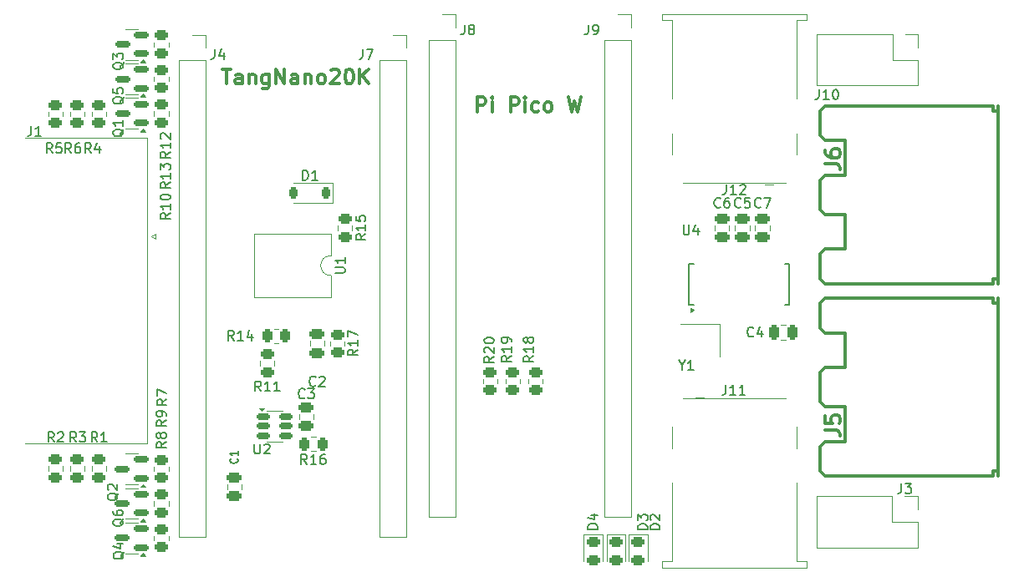
<source format=gto>
G04 #@! TF.GenerationSoftware,KiCad,Pcbnew,8.0.4+dfsg-1*
G04 #@! TF.CreationDate,2025-03-28T09:18:01+01:00*
G04 #@! TF.ProjectId,MiSTeryShield20kRPiPicoUSB,4d695354-6572-4795-9368-69656c643230,V2*
G04 #@! TF.SameCoordinates,Original*
G04 #@! TF.FileFunction,Legend,Top*
G04 #@! TF.FilePolarity,Positive*
%FSLAX46Y46*%
G04 Gerber Fmt 4.6, Leading zero omitted, Abs format (unit mm)*
G04 Created by KiCad (PCBNEW 8.0.4+dfsg-1) date 2025-03-28 09:18:01*
%MOMM*%
%LPD*%
G01*
G04 APERTURE LIST*
G04 Aperture macros list*
%AMRoundRect*
0 Rectangle with rounded corners*
0 $1 Rounding radius*
0 $2 $3 $4 $5 $6 $7 $8 $9 X,Y pos of 4 corners*
0 Add a 4 corners polygon primitive as box body*
4,1,4,$2,$3,$4,$5,$6,$7,$8,$9,$2,$3,0*
0 Add four circle primitives for the rounded corners*
1,1,$1+$1,$2,$3*
1,1,$1+$1,$4,$5*
1,1,$1+$1,$6,$7*
1,1,$1+$1,$8,$9*
0 Add four rect primitives between the rounded corners*
20,1,$1+$1,$2,$3,$4,$5,0*
20,1,$1+$1,$4,$5,$6,$7,0*
20,1,$1+$1,$6,$7,$8,$9,0*
20,1,$1+$1,$8,$9,$2,$3,0*%
G04 Aperture macros list end*
%ADD10C,0.300000*%
%ADD11C,0.150000*%
%ADD12C,0.120000*%
%ADD13C,0.304800*%
%ADD14RoundRect,0.250000X-0.450000X0.262500X-0.450000X-0.262500X0.450000X-0.262500X0.450000X0.262500X0*%
%ADD15RoundRect,0.250000X0.450000X-0.262500X0.450000X0.262500X-0.450000X0.262500X-0.450000X-0.262500X0*%
%ADD16R,1.700000X1.700000*%
%ADD17O,1.700000X1.700000*%
%ADD18RoundRect,0.250000X-0.475000X0.250000X-0.475000X-0.250000X0.475000X-0.250000X0.475000X0.250000X0*%
%ADD19RoundRect,0.150000X0.587500X0.150000X-0.587500X0.150000X-0.587500X-0.150000X0.587500X-0.150000X0*%
%ADD20C,3.200000*%
%ADD21R,1.400000X1.200000*%
%ADD22RoundRect,0.243750X-0.456250X0.243750X-0.456250X-0.243750X0.456250X-0.243750X0.456250X0.243750X0*%
%ADD23RoundRect,0.250000X-0.262500X-0.450000X0.262500X-0.450000X0.262500X0.450000X-0.262500X0.450000X0*%
%ADD24RoundRect,0.250000X0.475000X-0.250000X0.475000X0.250000X-0.475000X0.250000X-0.475000X-0.250000X0*%
%ADD25C,4.000000*%
%ADD26R,1.600000X1.600000*%
%ADD27C,1.600000*%
%ADD28R,1.780000X2.000000*%
%ADD29C,2.500000*%
%ADD30RoundRect,0.225000X0.225000X0.375000X-0.225000X0.375000X-0.225000X-0.375000X0.225000X-0.375000X0*%
%ADD31RoundRect,0.250000X0.250000X0.475000X-0.250000X0.475000X-0.250000X-0.475000X0.250000X-0.475000X0*%
%ADD32R,1.500000X1.500000*%
%ADD33C,1.500000*%
%ADD34C,3.000000*%
%ADD35R,0.400000X1.200000*%
%ADD36RoundRect,0.150000X-0.512500X-0.150000X0.512500X-0.150000X0.512500X0.150000X-0.512500X0.150000X0*%
G04 APERTURE END LIST*
D10*
X92082225Y-44600828D02*
X92939368Y-44600828D01*
X92510796Y-46100828D02*
X92510796Y-44600828D01*
X94082225Y-46100828D02*
X94082225Y-45315114D01*
X94082225Y-45315114D02*
X94010796Y-45172257D01*
X94010796Y-45172257D02*
X93867939Y-45100828D01*
X93867939Y-45100828D02*
X93582225Y-45100828D01*
X93582225Y-45100828D02*
X93439367Y-45172257D01*
X94082225Y-46029400D02*
X93939367Y-46100828D01*
X93939367Y-46100828D02*
X93582225Y-46100828D01*
X93582225Y-46100828D02*
X93439367Y-46029400D01*
X93439367Y-46029400D02*
X93367939Y-45886542D01*
X93367939Y-45886542D02*
X93367939Y-45743685D01*
X93367939Y-45743685D02*
X93439367Y-45600828D01*
X93439367Y-45600828D02*
X93582225Y-45529400D01*
X93582225Y-45529400D02*
X93939367Y-45529400D01*
X93939367Y-45529400D02*
X94082225Y-45457971D01*
X94796510Y-45100828D02*
X94796510Y-46100828D01*
X94796510Y-45243685D02*
X94867939Y-45172257D01*
X94867939Y-45172257D02*
X95010796Y-45100828D01*
X95010796Y-45100828D02*
X95225082Y-45100828D01*
X95225082Y-45100828D02*
X95367939Y-45172257D01*
X95367939Y-45172257D02*
X95439368Y-45315114D01*
X95439368Y-45315114D02*
X95439368Y-46100828D01*
X96796511Y-45100828D02*
X96796511Y-46315114D01*
X96796511Y-46315114D02*
X96725082Y-46457971D01*
X96725082Y-46457971D02*
X96653653Y-46529400D01*
X96653653Y-46529400D02*
X96510796Y-46600828D01*
X96510796Y-46600828D02*
X96296511Y-46600828D01*
X96296511Y-46600828D02*
X96153653Y-46529400D01*
X96796511Y-46029400D02*
X96653653Y-46100828D01*
X96653653Y-46100828D02*
X96367939Y-46100828D01*
X96367939Y-46100828D02*
X96225082Y-46029400D01*
X96225082Y-46029400D02*
X96153653Y-45957971D01*
X96153653Y-45957971D02*
X96082225Y-45815114D01*
X96082225Y-45815114D02*
X96082225Y-45386542D01*
X96082225Y-45386542D02*
X96153653Y-45243685D01*
X96153653Y-45243685D02*
X96225082Y-45172257D01*
X96225082Y-45172257D02*
X96367939Y-45100828D01*
X96367939Y-45100828D02*
X96653653Y-45100828D01*
X96653653Y-45100828D02*
X96796511Y-45172257D01*
X97510796Y-46100828D02*
X97510796Y-44600828D01*
X97510796Y-44600828D02*
X98367939Y-46100828D01*
X98367939Y-46100828D02*
X98367939Y-44600828D01*
X99725083Y-46100828D02*
X99725083Y-45315114D01*
X99725083Y-45315114D02*
X99653654Y-45172257D01*
X99653654Y-45172257D02*
X99510797Y-45100828D01*
X99510797Y-45100828D02*
X99225083Y-45100828D01*
X99225083Y-45100828D02*
X99082225Y-45172257D01*
X99725083Y-46029400D02*
X99582225Y-46100828D01*
X99582225Y-46100828D02*
X99225083Y-46100828D01*
X99225083Y-46100828D02*
X99082225Y-46029400D01*
X99082225Y-46029400D02*
X99010797Y-45886542D01*
X99010797Y-45886542D02*
X99010797Y-45743685D01*
X99010797Y-45743685D02*
X99082225Y-45600828D01*
X99082225Y-45600828D02*
X99225083Y-45529400D01*
X99225083Y-45529400D02*
X99582225Y-45529400D01*
X99582225Y-45529400D02*
X99725083Y-45457971D01*
X100439368Y-45100828D02*
X100439368Y-46100828D01*
X100439368Y-45243685D02*
X100510797Y-45172257D01*
X100510797Y-45172257D02*
X100653654Y-45100828D01*
X100653654Y-45100828D02*
X100867940Y-45100828D01*
X100867940Y-45100828D02*
X101010797Y-45172257D01*
X101010797Y-45172257D02*
X101082226Y-45315114D01*
X101082226Y-45315114D02*
X101082226Y-46100828D01*
X102010797Y-46100828D02*
X101867940Y-46029400D01*
X101867940Y-46029400D02*
X101796511Y-45957971D01*
X101796511Y-45957971D02*
X101725083Y-45815114D01*
X101725083Y-45815114D02*
X101725083Y-45386542D01*
X101725083Y-45386542D02*
X101796511Y-45243685D01*
X101796511Y-45243685D02*
X101867940Y-45172257D01*
X101867940Y-45172257D02*
X102010797Y-45100828D01*
X102010797Y-45100828D02*
X102225083Y-45100828D01*
X102225083Y-45100828D02*
X102367940Y-45172257D01*
X102367940Y-45172257D02*
X102439369Y-45243685D01*
X102439369Y-45243685D02*
X102510797Y-45386542D01*
X102510797Y-45386542D02*
X102510797Y-45815114D01*
X102510797Y-45815114D02*
X102439369Y-45957971D01*
X102439369Y-45957971D02*
X102367940Y-46029400D01*
X102367940Y-46029400D02*
X102225083Y-46100828D01*
X102225083Y-46100828D02*
X102010797Y-46100828D01*
X103082226Y-44743685D02*
X103153654Y-44672257D01*
X103153654Y-44672257D02*
X103296512Y-44600828D01*
X103296512Y-44600828D02*
X103653654Y-44600828D01*
X103653654Y-44600828D02*
X103796512Y-44672257D01*
X103796512Y-44672257D02*
X103867940Y-44743685D01*
X103867940Y-44743685D02*
X103939369Y-44886542D01*
X103939369Y-44886542D02*
X103939369Y-45029400D01*
X103939369Y-45029400D02*
X103867940Y-45243685D01*
X103867940Y-45243685D02*
X103010797Y-46100828D01*
X103010797Y-46100828D02*
X103939369Y-46100828D01*
X104867940Y-44600828D02*
X105010797Y-44600828D01*
X105010797Y-44600828D02*
X105153654Y-44672257D01*
X105153654Y-44672257D02*
X105225083Y-44743685D01*
X105225083Y-44743685D02*
X105296511Y-44886542D01*
X105296511Y-44886542D02*
X105367940Y-45172257D01*
X105367940Y-45172257D02*
X105367940Y-45529400D01*
X105367940Y-45529400D02*
X105296511Y-45815114D01*
X105296511Y-45815114D02*
X105225083Y-45957971D01*
X105225083Y-45957971D02*
X105153654Y-46029400D01*
X105153654Y-46029400D02*
X105010797Y-46100828D01*
X105010797Y-46100828D02*
X104867940Y-46100828D01*
X104867940Y-46100828D02*
X104725083Y-46029400D01*
X104725083Y-46029400D02*
X104653654Y-45957971D01*
X104653654Y-45957971D02*
X104582225Y-45815114D01*
X104582225Y-45815114D02*
X104510797Y-45529400D01*
X104510797Y-45529400D02*
X104510797Y-45172257D01*
X104510797Y-45172257D02*
X104582225Y-44886542D01*
X104582225Y-44886542D02*
X104653654Y-44743685D01*
X104653654Y-44743685D02*
X104725083Y-44672257D01*
X104725083Y-44672257D02*
X104867940Y-44600828D01*
X106010796Y-46100828D02*
X106010796Y-44600828D01*
X106867939Y-46100828D02*
X106225082Y-45243685D01*
X106867939Y-44600828D02*
X106010796Y-45457971D01*
X117896510Y-48950828D02*
X117896510Y-47450828D01*
X117896510Y-47450828D02*
X118467939Y-47450828D01*
X118467939Y-47450828D02*
X118610796Y-47522257D01*
X118610796Y-47522257D02*
X118682225Y-47593685D01*
X118682225Y-47593685D02*
X118753653Y-47736542D01*
X118753653Y-47736542D02*
X118753653Y-47950828D01*
X118753653Y-47950828D02*
X118682225Y-48093685D01*
X118682225Y-48093685D02*
X118610796Y-48165114D01*
X118610796Y-48165114D02*
X118467939Y-48236542D01*
X118467939Y-48236542D02*
X117896510Y-48236542D01*
X119396510Y-48950828D02*
X119396510Y-47950828D01*
X119396510Y-47450828D02*
X119325082Y-47522257D01*
X119325082Y-47522257D02*
X119396510Y-47593685D01*
X119396510Y-47593685D02*
X119467939Y-47522257D01*
X119467939Y-47522257D02*
X119396510Y-47450828D01*
X119396510Y-47450828D02*
X119396510Y-47593685D01*
X121253653Y-48950828D02*
X121253653Y-47450828D01*
X121253653Y-47450828D02*
X121825082Y-47450828D01*
X121825082Y-47450828D02*
X121967939Y-47522257D01*
X121967939Y-47522257D02*
X122039368Y-47593685D01*
X122039368Y-47593685D02*
X122110796Y-47736542D01*
X122110796Y-47736542D02*
X122110796Y-47950828D01*
X122110796Y-47950828D02*
X122039368Y-48093685D01*
X122039368Y-48093685D02*
X121967939Y-48165114D01*
X121967939Y-48165114D02*
X121825082Y-48236542D01*
X121825082Y-48236542D02*
X121253653Y-48236542D01*
X122753653Y-48950828D02*
X122753653Y-47950828D01*
X122753653Y-47450828D02*
X122682225Y-47522257D01*
X122682225Y-47522257D02*
X122753653Y-47593685D01*
X122753653Y-47593685D02*
X122825082Y-47522257D01*
X122825082Y-47522257D02*
X122753653Y-47450828D01*
X122753653Y-47450828D02*
X122753653Y-47593685D01*
X124110797Y-48879400D02*
X123967939Y-48950828D01*
X123967939Y-48950828D02*
X123682225Y-48950828D01*
X123682225Y-48950828D02*
X123539368Y-48879400D01*
X123539368Y-48879400D02*
X123467939Y-48807971D01*
X123467939Y-48807971D02*
X123396511Y-48665114D01*
X123396511Y-48665114D02*
X123396511Y-48236542D01*
X123396511Y-48236542D02*
X123467939Y-48093685D01*
X123467939Y-48093685D02*
X123539368Y-48022257D01*
X123539368Y-48022257D02*
X123682225Y-47950828D01*
X123682225Y-47950828D02*
X123967939Y-47950828D01*
X123967939Y-47950828D02*
X124110797Y-48022257D01*
X124967939Y-48950828D02*
X124825082Y-48879400D01*
X124825082Y-48879400D02*
X124753653Y-48807971D01*
X124753653Y-48807971D02*
X124682225Y-48665114D01*
X124682225Y-48665114D02*
X124682225Y-48236542D01*
X124682225Y-48236542D02*
X124753653Y-48093685D01*
X124753653Y-48093685D02*
X124825082Y-48022257D01*
X124825082Y-48022257D02*
X124967939Y-47950828D01*
X124967939Y-47950828D02*
X125182225Y-47950828D01*
X125182225Y-47950828D02*
X125325082Y-48022257D01*
X125325082Y-48022257D02*
X125396511Y-48093685D01*
X125396511Y-48093685D02*
X125467939Y-48236542D01*
X125467939Y-48236542D02*
X125467939Y-48665114D01*
X125467939Y-48665114D02*
X125396511Y-48807971D01*
X125396511Y-48807971D02*
X125325082Y-48879400D01*
X125325082Y-48879400D02*
X125182225Y-48950828D01*
X125182225Y-48950828D02*
X124967939Y-48950828D01*
X127110796Y-47450828D02*
X127467939Y-48950828D01*
X127467939Y-48950828D02*
X127753653Y-47879400D01*
X127753653Y-47879400D02*
X128039368Y-48950828D01*
X128039368Y-48950828D02*
X128396511Y-47450828D01*
D11*
X95999142Y-77254819D02*
X95665809Y-76778628D01*
X95427714Y-77254819D02*
X95427714Y-76254819D01*
X95427714Y-76254819D02*
X95808666Y-76254819D01*
X95808666Y-76254819D02*
X95903904Y-76302438D01*
X95903904Y-76302438D02*
X95951523Y-76350057D01*
X95951523Y-76350057D02*
X95999142Y-76445295D01*
X95999142Y-76445295D02*
X95999142Y-76588152D01*
X95999142Y-76588152D02*
X95951523Y-76683390D01*
X95951523Y-76683390D02*
X95903904Y-76731009D01*
X95903904Y-76731009D02*
X95808666Y-76778628D01*
X95808666Y-76778628D02*
X95427714Y-76778628D01*
X96951523Y-77254819D02*
X96380095Y-77254819D01*
X96665809Y-77254819D02*
X96665809Y-76254819D01*
X96665809Y-76254819D02*
X96570571Y-76397676D01*
X96570571Y-76397676D02*
X96475333Y-76492914D01*
X96475333Y-76492914D02*
X96380095Y-76540533D01*
X97903904Y-77254819D02*
X97332476Y-77254819D01*
X97618190Y-77254819D02*
X97618190Y-76254819D01*
X97618190Y-76254819D02*
X97522952Y-76397676D01*
X97522952Y-76397676D02*
X97427714Y-76492914D01*
X97427714Y-76492914D02*
X97332476Y-76540533D01*
X123596819Y-73692857D02*
X123120628Y-74026190D01*
X123596819Y-74264285D02*
X122596819Y-74264285D01*
X122596819Y-74264285D02*
X122596819Y-73883333D01*
X122596819Y-73883333D02*
X122644438Y-73788095D01*
X122644438Y-73788095D02*
X122692057Y-73740476D01*
X122692057Y-73740476D02*
X122787295Y-73692857D01*
X122787295Y-73692857D02*
X122930152Y-73692857D01*
X122930152Y-73692857D02*
X123025390Y-73740476D01*
X123025390Y-73740476D02*
X123073009Y-73788095D01*
X123073009Y-73788095D02*
X123120628Y-73883333D01*
X123120628Y-73883333D02*
X123120628Y-74264285D01*
X123596819Y-72740476D02*
X123596819Y-73311904D01*
X123596819Y-73026190D02*
X122596819Y-73026190D01*
X122596819Y-73026190D02*
X122739676Y-73121428D01*
X122739676Y-73121428D02*
X122834914Y-73216666D01*
X122834914Y-73216666D02*
X122882533Y-73311904D01*
X123025390Y-72169047D02*
X122977771Y-72264285D01*
X122977771Y-72264285D02*
X122930152Y-72311904D01*
X122930152Y-72311904D02*
X122834914Y-72359523D01*
X122834914Y-72359523D02*
X122787295Y-72359523D01*
X122787295Y-72359523D02*
X122692057Y-72311904D01*
X122692057Y-72311904D02*
X122644438Y-72264285D01*
X122644438Y-72264285D02*
X122596819Y-72169047D01*
X122596819Y-72169047D02*
X122596819Y-71978571D01*
X122596819Y-71978571D02*
X122644438Y-71883333D01*
X122644438Y-71883333D02*
X122692057Y-71835714D01*
X122692057Y-71835714D02*
X122787295Y-71788095D01*
X122787295Y-71788095D02*
X122834914Y-71788095D01*
X122834914Y-71788095D02*
X122930152Y-71835714D01*
X122930152Y-71835714D02*
X122977771Y-71883333D01*
X122977771Y-71883333D02*
X123025390Y-71978571D01*
X123025390Y-71978571D02*
X123025390Y-72169047D01*
X123025390Y-72169047D02*
X123073009Y-72264285D01*
X123073009Y-72264285D02*
X123120628Y-72311904D01*
X123120628Y-72311904D02*
X123215866Y-72359523D01*
X123215866Y-72359523D02*
X123406342Y-72359523D01*
X123406342Y-72359523D02*
X123501580Y-72311904D01*
X123501580Y-72311904D02*
X123549200Y-72264285D01*
X123549200Y-72264285D02*
X123596819Y-72169047D01*
X123596819Y-72169047D02*
X123596819Y-71978571D01*
X123596819Y-71978571D02*
X123549200Y-71883333D01*
X123549200Y-71883333D02*
X123501580Y-71835714D01*
X123501580Y-71835714D02*
X123406342Y-71788095D01*
X123406342Y-71788095D02*
X123215866Y-71788095D01*
X123215866Y-71788095D02*
X123120628Y-71835714D01*
X123120628Y-71835714D02*
X123073009Y-71883333D01*
X123073009Y-71883333D02*
X123025390Y-71978571D01*
X86396819Y-82416666D02*
X85920628Y-82749999D01*
X86396819Y-82988094D02*
X85396819Y-82988094D01*
X85396819Y-82988094D02*
X85396819Y-82607142D01*
X85396819Y-82607142D02*
X85444438Y-82511904D01*
X85444438Y-82511904D02*
X85492057Y-82464285D01*
X85492057Y-82464285D02*
X85587295Y-82416666D01*
X85587295Y-82416666D02*
X85730152Y-82416666D01*
X85730152Y-82416666D02*
X85825390Y-82464285D01*
X85825390Y-82464285D02*
X85873009Y-82511904D01*
X85873009Y-82511904D02*
X85920628Y-82607142D01*
X85920628Y-82607142D02*
X85920628Y-82988094D01*
X85825390Y-81845237D02*
X85777771Y-81940475D01*
X85777771Y-81940475D02*
X85730152Y-81988094D01*
X85730152Y-81988094D02*
X85634914Y-82035713D01*
X85634914Y-82035713D02*
X85587295Y-82035713D01*
X85587295Y-82035713D02*
X85492057Y-81988094D01*
X85492057Y-81988094D02*
X85444438Y-81940475D01*
X85444438Y-81940475D02*
X85396819Y-81845237D01*
X85396819Y-81845237D02*
X85396819Y-81654761D01*
X85396819Y-81654761D02*
X85444438Y-81559523D01*
X85444438Y-81559523D02*
X85492057Y-81511904D01*
X85492057Y-81511904D02*
X85587295Y-81464285D01*
X85587295Y-81464285D02*
X85634914Y-81464285D01*
X85634914Y-81464285D02*
X85730152Y-81511904D01*
X85730152Y-81511904D02*
X85777771Y-81559523D01*
X85777771Y-81559523D02*
X85825390Y-81654761D01*
X85825390Y-81654761D02*
X85825390Y-81845237D01*
X85825390Y-81845237D02*
X85873009Y-81940475D01*
X85873009Y-81940475D02*
X85920628Y-81988094D01*
X85920628Y-81988094D02*
X86015866Y-82035713D01*
X86015866Y-82035713D02*
X86206342Y-82035713D01*
X86206342Y-82035713D02*
X86301580Y-81988094D01*
X86301580Y-81988094D02*
X86349200Y-81940475D01*
X86349200Y-81940475D02*
X86396819Y-81845237D01*
X86396819Y-81845237D02*
X86396819Y-81654761D01*
X86396819Y-81654761D02*
X86349200Y-81559523D01*
X86349200Y-81559523D02*
X86301580Y-81511904D01*
X86301580Y-81511904D02*
X86206342Y-81464285D01*
X86206342Y-81464285D02*
X86015866Y-81464285D01*
X86015866Y-81464285D02*
X85920628Y-81511904D01*
X85920628Y-81511904D02*
X85873009Y-81559523D01*
X85873009Y-81559523D02*
X85825390Y-81654761D01*
X129158666Y-40104819D02*
X129158666Y-40819104D01*
X129158666Y-40819104D02*
X129111047Y-40961961D01*
X129111047Y-40961961D02*
X129015809Y-41057200D01*
X129015809Y-41057200D02*
X128872952Y-41104819D01*
X128872952Y-41104819D02*
X128777714Y-41104819D01*
X129682476Y-41104819D02*
X129872952Y-41104819D01*
X129872952Y-41104819D02*
X129968190Y-41057200D01*
X129968190Y-41057200D02*
X130015809Y-41009580D01*
X130015809Y-41009580D02*
X130111047Y-40866723D01*
X130111047Y-40866723D02*
X130158666Y-40676247D01*
X130158666Y-40676247D02*
X130158666Y-40295295D01*
X130158666Y-40295295D02*
X130111047Y-40200057D01*
X130111047Y-40200057D02*
X130063428Y-40152438D01*
X130063428Y-40152438D02*
X129968190Y-40104819D01*
X129968190Y-40104819D02*
X129777714Y-40104819D01*
X129777714Y-40104819D02*
X129682476Y-40152438D01*
X129682476Y-40152438D02*
X129634857Y-40200057D01*
X129634857Y-40200057D02*
X129587238Y-40295295D01*
X129587238Y-40295295D02*
X129587238Y-40533390D01*
X129587238Y-40533390D02*
X129634857Y-40628628D01*
X129634857Y-40628628D02*
X129682476Y-40676247D01*
X129682476Y-40676247D02*
X129777714Y-40723866D01*
X129777714Y-40723866D02*
X129968190Y-40723866D01*
X129968190Y-40723866D02*
X130063428Y-40676247D01*
X130063428Y-40676247D02*
X130111047Y-40628628D01*
X130111047Y-40628628D02*
X130158666Y-40533390D01*
X142525333Y-58559580D02*
X142477714Y-58607200D01*
X142477714Y-58607200D02*
X142334857Y-58654819D01*
X142334857Y-58654819D02*
X142239619Y-58654819D01*
X142239619Y-58654819D02*
X142096762Y-58607200D01*
X142096762Y-58607200D02*
X142001524Y-58511961D01*
X142001524Y-58511961D02*
X141953905Y-58416723D01*
X141953905Y-58416723D02*
X141906286Y-58226247D01*
X141906286Y-58226247D02*
X141906286Y-58083390D01*
X141906286Y-58083390D02*
X141953905Y-57892914D01*
X141953905Y-57892914D02*
X142001524Y-57797676D01*
X142001524Y-57797676D02*
X142096762Y-57702438D01*
X142096762Y-57702438D02*
X142239619Y-57654819D01*
X142239619Y-57654819D02*
X142334857Y-57654819D01*
X142334857Y-57654819D02*
X142477714Y-57702438D01*
X142477714Y-57702438D02*
X142525333Y-57750057D01*
X143382476Y-57654819D02*
X143192000Y-57654819D01*
X143192000Y-57654819D02*
X143096762Y-57702438D01*
X143096762Y-57702438D02*
X143049143Y-57750057D01*
X143049143Y-57750057D02*
X142953905Y-57892914D01*
X142953905Y-57892914D02*
X142906286Y-58083390D01*
X142906286Y-58083390D02*
X142906286Y-58464342D01*
X142906286Y-58464342D02*
X142953905Y-58559580D01*
X142953905Y-58559580D02*
X143001524Y-58607200D01*
X143001524Y-58607200D02*
X143096762Y-58654819D01*
X143096762Y-58654819D02*
X143287238Y-58654819D01*
X143287238Y-58654819D02*
X143382476Y-58607200D01*
X143382476Y-58607200D02*
X143430095Y-58559580D01*
X143430095Y-58559580D02*
X143477714Y-58464342D01*
X143477714Y-58464342D02*
X143477714Y-58226247D01*
X143477714Y-58226247D02*
X143430095Y-58131009D01*
X143430095Y-58131009D02*
X143382476Y-58083390D01*
X143382476Y-58083390D02*
X143287238Y-58035771D01*
X143287238Y-58035771D02*
X143096762Y-58035771D01*
X143096762Y-58035771D02*
X143001524Y-58083390D01*
X143001524Y-58083390D02*
X142953905Y-58131009D01*
X142953905Y-58131009D02*
X142906286Y-58226247D01*
X82142057Y-93545238D02*
X82094438Y-93640476D01*
X82094438Y-93640476D02*
X81999200Y-93735714D01*
X81999200Y-93735714D02*
X81856342Y-93878571D01*
X81856342Y-93878571D02*
X81808723Y-93973809D01*
X81808723Y-93973809D02*
X81808723Y-94069047D01*
X82046819Y-94021428D02*
X81999200Y-94116666D01*
X81999200Y-94116666D02*
X81903961Y-94211904D01*
X81903961Y-94211904D02*
X81713485Y-94259523D01*
X81713485Y-94259523D02*
X81380152Y-94259523D01*
X81380152Y-94259523D02*
X81189676Y-94211904D01*
X81189676Y-94211904D02*
X81094438Y-94116666D01*
X81094438Y-94116666D02*
X81046819Y-94021428D01*
X81046819Y-94021428D02*
X81046819Y-93830952D01*
X81046819Y-93830952D02*
X81094438Y-93735714D01*
X81094438Y-93735714D02*
X81189676Y-93640476D01*
X81189676Y-93640476D02*
X81380152Y-93592857D01*
X81380152Y-93592857D02*
X81713485Y-93592857D01*
X81713485Y-93592857D02*
X81903961Y-93640476D01*
X81903961Y-93640476D02*
X81999200Y-93735714D01*
X81999200Y-93735714D02*
X82046819Y-93830952D01*
X82046819Y-93830952D02*
X82046819Y-94021428D01*
X81380152Y-92735714D02*
X82046819Y-92735714D01*
X80999200Y-92973809D02*
X81713485Y-93211904D01*
X81713485Y-93211904D02*
X81713485Y-92592857D01*
X106596819Y-61342857D02*
X106120628Y-61676190D01*
X106596819Y-61914285D02*
X105596819Y-61914285D01*
X105596819Y-61914285D02*
X105596819Y-61533333D01*
X105596819Y-61533333D02*
X105644438Y-61438095D01*
X105644438Y-61438095D02*
X105692057Y-61390476D01*
X105692057Y-61390476D02*
X105787295Y-61342857D01*
X105787295Y-61342857D02*
X105930152Y-61342857D01*
X105930152Y-61342857D02*
X106025390Y-61390476D01*
X106025390Y-61390476D02*
X106073009Y-61438095D01*
X106073009Y-61438095D02*
X106120628Y-61533333D01*
X106120628Y-61533333D02*
X106120628Y-61914285D01*
X106596819Y-60390476D02*
X106596819Y-60961904D01*
X106596819Y-60676190D02*
X105596819Y-60676190D01*
X105596819Y-60676190D02*
X105739676Y-60771428D01*
X105739676Y-60771428D02*
X105834914Y-60866666D01*
X105834914Y-60866666D02*
X105882533Y-60961904D01*
X105596819Y-59485714D02*
X105596819Y-59961904D01*
X105596819Y-59961904D02*
X106073009Y-60009523D01*
X106073009Y-60009523D02*
X106025390Y-59961904D01*
X106025390Y-59961904D02*
X105977771Y-59866666D01*
X105977771Y-59866666D02*
X105977771Y-59628571D01*
X105977771Y-59628571D02*
X106025390Y-59533333D01*
X106025390Y-59533333D02*
X106073009Y-59485714D01*
X106073009Y-59485714D02*
X106168247Y-59438095D01*
X106168247Y-59438095D02*
X106406342Y-59438095D01*
X106406342Y-59438095D02*
X106501580Y-59485714D01*
X106501580Y-59485714D02*
X106549200Y-59533333D01*
X106549200Y-59533333D02*
X106596819Y-59628571D01*
X106596819Y-59628571D02*
X106596819Y-59866666D01*
X106596819Y-59866666D02*
X106549200Y-59961904D01*
X106549200Y-59961904D02*
X106501580Y-60009523D01*
X152532476Y-46654819D02*
X152532476Y-47369104D01*
X152532476Y-47369104D02*
X152484857Y-47511961D01*
X152484857Y-47511961D02*
X152389619Y-47607200D01*
X152389619Y-47607200D02*
X152246762Y-47654819D01*
X152246762Y-47654819D02*
X152151524Y-47654819D01*
X153532476Y-47654819D02*
X152961048Y-47654819D01*
X153246762Y-47654819D02*
X153246762Y-46654819D01*
X153246762Y-46654819D02*
X153151524Y-46797676D01*
X153151524Y-46797676D02*
X153056286Y-46892914D01*
X153056286Y-46892914D02*
X152961048Y-46940533D01*
X154151524Y-46654819D02*
X154246762Y-46654819D01*
X154246762Y-46654819D02*
X154342000Y-46702438D01*
X154342000Y-46702438D02*
X154389619Y-46750057D01*
X154389619Y-46750057D02*
X154437238Y-46845295D01*
X154437238Y-46845295D02*
X154484857Y-47035771D01*
X154484857Y-47035771D02*
X154484857Y-47273866D01*
X154484857Y-47273866D02*
X154437238Y-47464342D01*
X154437238Y-47464342D02*
X154389619Y-47559580D01*
X154389619Y-47559580D02*
X154342000Y-47607200D01*
X154342000Y-47607200D02*
X154246762Y-47654819D01*
X154246762Y-47654819D02*
X154151524Y-47654819D01*
X154151524Y-47654819D02*
X154056286Y-47607200D01*
X154056286Y-47607200D02*
X154008667Y-47559580D01*
X154008667Y-47559580D02*
X153961048Y-47464342D01*
X153961048Y-47464342D02*
X153913429Y-47273866D01*
X153913429Y-47273866D02*
X153913429Y-47035771D01*
X153913429Y-47035771D02*
X153961048Y-46845295D01*
X153961048Y-46845295D02*
X154008667Y-46750057D01*
X154008667Y-46750057D02*
X154056286Y-46702438D01*
X154056286Y-46702438D02*
X154151524Y-46654819D01*
X138615809Y-74628628D02*
X138615809Y-75104819D01*
X138282476Y-74104819D02*
X138615809Y-74628628D01*
X138615809Y-74628628D02*
X138949142Y-74104819D01*
X139806285Y-75104819D02*
X139234857Y-75104819D01*
X139520571Y-75104819D02*
X139520571Y-74104819D01*
X139520571Y-74104819D02*
X139425333Y-74247676D01*
X139425333Y-74247676D02*
X139330095Y-74342914D01*
X139330095Y-74342914D02*
X139234857Y-74390533D01*
X86796819Y-56092857D02*
X86320628Y-56426190D01*
X86796819Y-56664285D02*
X85796819Y-56664285D01*
X85796819Y-56664285D02*
X85796819Y-56283333D01*
X85796819Y-56283333D02*
X85844438Y-56188095D01*
X85844438Y-56188095D02*
X85892057Y-56140476D01*
X85892057Y-56140476D02*
X85987295Y-56092857D01*
X85987295Y-56092857D02*
X86130152Y-56092857D01*
X86130152Y-56092857D02*
X86225390Y-56140476D01*
X86225390Y-56140476D02*
X86273009Y-56188095D01*
X86273009Y-56188095D02*
X86320628Y-56283333D01*
X86320628Y-56283333D02*
X86320628Y-56664285D01*
X86796819Y-55140476D02*
X86796819Y-55711904D01*
X86796819Y-55426190D02*
X85796819Y-55426190D01*
X85796819Y-55426190D02*
X85939676Y-55521428D01*
X85939676Y-55521428D02*
X86034914Y-55616666D01*
X86034914Y-55616666D02*
X86082533Y-55711904D01*
X85796819Y-54807142D02*
X85796819Y-54188095D01*
X85796819Y-54188095D02*
X86177771Y-54521428D01*
X86177771Y-54521428D02*
X86177771Y-54378571D01*
X86177771Y-54378571D02*
X86225390Y-54283333D01*
X86225390Y-54283333D02*
X86273009Y-54235714D01*
X86273009Y-54235714D02*
X86368247Y-54188095D01*
X86368247Y-54188095D02*
X86606342Y-54188095D01*
X86606342Y-54188095D02*
X86701580Y-54235714D01*
X86701580Y-54235714D02*
X86749200Y-54283333D01*
X86749200Y-54283333D02*
X86796819Y-54378571D01*
X86796819Y-54378571D02*
X86796819Y-54664285D01*
X86796819Y-54664285D02*
X86749200Y-54759523D01*
X86749200Y-54759523D02*
X86701580Y-54807142D01*
X144592833Y-58559580D02*
X144545214Y-58607200D01*
X144545214Y-58607200D02*
X144402357Y-58654819D01*
X144402357Y-58654819D02*
X144307119Y-58654819D01*
X144307119Y-58654819D02*
X144164262Y-58607200D01*
X144164262Y-58607200D02*
X144069024Y-58511961D01*
X144069024Y-58511961D02*
X144021405Y-58416723D01*
X144021405Y-58416723D02*
X143973786Y-58226247D01*
X143973786Y-58226247D02*
X143973786Y-58083390D01*
X143973786Y-58083390D02*
X144021405Y-57892914D01*
X144021405Y-57892914D02*
X144069024Y-57797676D01*
X144069024Y-57797676D02*
X144164262Y-57702438D01*
X144164262Y-57702438D02*
X144307119Y-57654819D01*
X144307119Y-57654819D02*
X144402357Y-57654819D01*
X144402357Y-57654819D02*
X144545214Y-57702438D01*
X144545214Y-57702438D02*
X144592833Y-57750057D01*
X145497595Y-57654819D02*
X145021405Y-57654819D01*
X145021405Y-57654819D02*
X144973786Y-58131009D01*
X144973786Y-58131009D02*
X145021405Y-58083390D01*
X145021405Y-58083390D02*
X145116643Y-58035771D01*
X145116643Y-58035771D02*
X145354738Y-58035771D01*
X145354738Y-58035771D02*
X145449976Y-58083390D01*
X145449976Y-58083390D02*
X145497595Y-58131009D01*
X145497595Y-58131009D02*
X145545214Y-58226247D01*
X145545214Y-58226247D02*
X145545214Y-58464342D01*
X145545214Y-58464342D02*
X145497595Y-58559580D01*
X145497595Y-58559580D02*
X145449976Y-58607200D01*
X145449976Y-58607200D02*
X145354738Y-58654819D01*
X145354738Y-58654819D02*
X145116643Y-58654819D01*
X145116643Y-58654819D02*
X145021405Y-58607200D01*
X145021405Y-58607200D02*
X144973786Y-58559580D01*
X135146819Y-91288094D02*
X134146819Y-91288094D01*
X134146819Y-91288094D02*
X134146819Y-91049999D01*
X134146819Y-91049999D02*
X134194438Y-90907142D01*
X134194438Y-90907142D02*
X134289676Y-90811904D01*
X134289676Y-90811904D02*
X134384914Y-90764285D01*
X134384914Y-90764285D02*
X134575390Y-90716666D01*
X134575390Y-90716666D02*
X134718247Y-90716666D01*
X134718247Y-90716666D02*
X134908723Y-90764285D01*
X134908723Y-90764285D02*
X135003961Y-90811904D01*
X135003961Y-90811904D02*
X135099200Y-90907142D01*
X135099200Y-90907142D02*
X135146819Y-91049999D01*
X135146819Y-91049999D02*
X135146819Y-91288094D01*
X134146819Y-90383332D02*
X134146819Y-89764285D01*
X134146819Y-89764285D02*
X134527771Y-90097618D01*
X134527771Y-90097618D02*
X134527771Y-89954761D01*
X134527771Y-89954761D02*
X134575390Y-89859523D01*
X134575390Y-89859523D02*
X134623009Y-89811904D01*
X134623009Y-89811904D02*
X134718247Y-89764285D01*
X134718247Y-89764285D02*
X134956342Y-89764285D01*
X134956342Y-89764285D02*
X135051580Y-89811904D01*
X135051580Y-89811904D02*
X135099200Y-89859523D01*
X135099200Y-89859523D02*
X135146819Y-89954761D01*
X135146819Y-89954761D02*
X135146819Y-90240475D01*
X135146819Y-90240475D02*
X135099200Y-90335713D01*
X135099200Y-90335713D02*
X135051580Y-90383332D01*
X146625333Y-58559580D02*
X146577714Y-58607200D01*
X146577714Y-58607200D02*
X146434857Y-58654819D01*
X146434857Y-58654819D02*
X146339619Y-58654819D01*
X146339619Y-58654819D02*
X146196762Y-58607200D01*
X146196762Y-58607200D02*
X146101524Y-58511961D01*
X146101524Y-58511961D02*
X146053905Y-58416723D01*
X146053905Y-58416723D02*
X146006286Y-58226247D01*
X146006286Y-58226247D02*
X146006286Y-58083390D01*
X146006286Y-58083390D02*
X146053905Y-57892914D01*
X146053905Y-57892914D02*
X146101524Y-57797676D01*
X146101524Y-57797676D02*
X146196762Y-57702438D01*
X146196762Y-57702438D02*
X146339619Y-57654819D01*
X146339619Y-57654819D02*
X146434857Y-57654819D01*
X146434857Y-57654819D02*
X146577714Y-57702438D01*
X146577714Y-57702438D02*
X146625333Y-57750057D01*
X146958667Y-57654819D02*
X147625333Y-57654819D01*
X147625333Y-57654819D02*
X147196762Y-58654819D01*
X93249142Y-72104819D02*
X92915809Y-71628628D01*
X92677714Y-72104819D02*
X92677714Y-71104819D01*
X92677714Y-71104819D02*
X93058666Y-71104819D01*
X93058666Y-71104819D02*
X93153904Y-71152438D01*
X93153904Y-71152438D02*
X93201523Y-71200057D01*
X93201523Y-71200057D02*
X93249142Y-71295295D01*
X93249142Y-71295295D02*
X93249142Y-71438152D01*
X93249142Y-71438152D02*
X93201523Y-71533390D01*
X93201523Y-71533390D02*
X93153904Y-71581009D01*
X93153904Y-71581009D02*
X93058666Y-71628628D01*
X93058666Y-71628628D02*
X92677714Y-71628628D01*
X94201523Y-72104819D02*
X93630095Y-72104819D01*
X93915809Y-72104819D02*
X93915809Y-71104819D01*
X93915809Y-71104819D02*
X93820571Y-71247676D01*
X93820571Y-71247676D02*
X93725333Y-71342914D01*
X93725333Y-71342914D02*
X93630095Y-71390533D01*
X95058666Y-71438152D02*
X95058666Y-72104819D01*
X94820571Y-71057200D02*
X94582476Y-71771485D01*
X94582476Y-71771485D02*
X95201523Y-71771485D01*
X86396819Y-80216666D02*
X85920628Y-80549999D01*
X86396819Y-80788094D02*
X85396819Y-80788094D01*
X85396819Y-80788094D02*
X85396819Y-80407142D01*
X85396819Y-80407142D02*
X85444438Y-80311904D01*
X85444438Y-80311904D02*
X85492057Y-80264285D01*
X85492057Y-80264285D02*
X85587295Y-80216666D01*
X85587295Y-80216666D02*
X85730152Y-80216666D01*
X85730152Y-80216666D02*
X85825390Y-80264285D01*
X85825390Y-80264285D02*
X85873009Y-80311904D01*
X85873009Y-80311904D02*
X85920628Y-80407142D01*
X85920628Y-80407142D02*
X85920628Y-80788094D01*
X86396819Y-79740475D02*
X86396819Y-79549999D01*
X86396819Y-79549999D02*
X86349200Y-79454761D01*
X86349200Y-79454761D02*
X86301580Y-79407142D01*
X86301580Y-79407142D02*
X86158723Y-79311904D01*
X86158723Y-79311904D02*
X85968247Y-79264285D01*
X85968247Y-79264285D02*
X85587295Y-79264285D01*
X85587295Y-79264285D02*
X85492057Y-79311904D01*
X85492057Y-79311904D02*
X85444438Y-79359523D01*
X85444438Y-79359523D02*
X85396819Y-79454761D01*
X85396819Y-79454761D02*
X85396819Y-79645237D01*
X85396819Y-79645237D02*
X85444438Y-79740475D01*
X85444438Y-79740475D02*
X85492057Y-79788094D01*
X85492057Y-79788094D02*
X85587295Y-79835713D01*
X85587295Y-79835713D02*
X85825390Y-79835713D01*
X85825390Y-79835713D02*
X85920628Y-79788094D01*
X85920628Y-79788094D02*
X85968247Y-79740475D01*
X85968247Y-79740475D02*
X86015866Y-79645237D01*
X86015866Y-79645237D02*
X86015866Y-79454761D01*
X86015866Y-79454761D02*
X85968247Y-79359523D01*
X85968247Y-79359523D02*
X85920628Y-79311904D01*
X85920628Y-79311904D02*
X85825390Y-79264285D01*
X101525333Y-76659580D02*
X101477714Y-76707200D01*
X101477714Y-76707200D02*
X101334857Y-76754819D01*
X101334857Y-76754819D02*
X101239619Y-76754819D01*
X101239619Y-76754819D02*
X101096762Y-76707200D01*
X101096762Y-76707200D02*
X101001524Y-76611961D01*
X101001524Y-76611961D02*
X100953905Y-76516723D01*
X100953905Y-76516723D02*
X100906286Y-76326247D01*
X100906286Y-76326247D02*
X100906286Y-76183390D01*
X100906286Y-76183390D02*
X100953905Y-75992914D01*
X100953905Y-75992914D02*
X101001524Y-75897676D01*
X101001524Y-75897676D02*
X101096762Y-75802438D01*
X101096762Y-75802438D02*
X101239619Y-75754819D01*
X101239619Y-75754819D02*
X101334857Y-75754819D01*
X101334857Y-75754819D02*
X101477714Y-75802438D01*
X101477714Y-75802438D02*
X101525333Y-75850057D01*
X101906286Y-75850057D02*
X101953905Y-75802438D01*
X101953905Y-75802438D02*
X102049143Y-75754819D01*
X102049143Y-75754819D02*
X102287238Y-75754819D01*
X102287238Y-75754819D02*
X102382476Y-75802438D01*
X102382476Y-75802438D02*
X102430095Y-75850057D01*
X102430095Y-75850057D02*
X102477714Y-75945295D01*
X102477714Y-75945295D02*
X102477714Y-76040533D01*
X102477714Y-76040533D02*
X102430095Y-76183390D01*
X102430095Y-76183390D02*
X101858667Y-76754819D01*
X101858667Y-76754819D02*
X102477714Y-76754819D01*
X136396819Y-91288094D02*
X135396819Y-91288094D01*
X135396819Y-91288094D02*
X135396819Y-91049999D01*
X135396819Y-91049999D02*
X135444438Y-90907142D01*
X135444438Y-90907142D02*
X135539676Y-90811904D01*
X135539676Y-90811904D02*
X135634914Y-90764285D01*
X135634914Y-90764285D02*
X135825390Y-90716666D01*
X135825390Y-90716666D02*
X135968247Y-90716666D01*
X135968247Y-90716666D02*
X136158723Y-90764285D01*
X136158723Y-90764285D02*
X136253961Y-90811904D01*
X136253961Y-90811904D02*
X136349200Y-90907142D01*
X136349200Y-90907142D02*
X136396819Y-91049999D01*
X136396819Y-91049999D02*
X136396819Y-91288094D01*
X135492057Y-90335713D02*
X135444438Y-90288094D01*
X135444438Y-90288094D02*
X135396819Y-90192856D01*
X135396819Y-90192856D02*
X135396819Y-89954761D01*
X135396819Y-89954761D02*
X135444438Y-89859523D01*
X135444438Y-89859523D02*
X135492057Y-89811904D01*
X135492057Y-89811904D02*
X135587295Y-89764285D01*
X135587295Y-89764285D02*
X135682533Y-89764285D01*
X135682533Y-89764285D02*
X135825390Y-89811904D01*
X135825390Y-89811904D02*
X136396819Y-90383332D01*
X136396819Y-90383332D02*
X136396819Y-89764285D01*
X72718597Y-50384819D02*
X72718597Y-51099104D01*
X72718597Y-51099104D02*
X72670978Y-51241961D01*
X72670978Y-51241961D02*
X72575740Y-51337200D01*
X72575740Y-51337200D02*
X72432883Y-51384819D01*
X72432883Y-51384819D02*
X72337645Y-51384819D01*
X73718597Y-51384819D02*
X73147169Y-51384819D01*
X73432883Y-51384819D02*
X73432883Y-50384819D01*
X73432883Y-50384819D02*
X73337645Y-50527676D01*
X73337645Y-50527676D02*
X73242407Y-50622914D01*
X73242407Y-50622914D02*
X73147169Y-50670533D01*
X93578104Y-84083332D02*
X93616200Y-84121428D01*
X93616200Y-84121428D02*
X93654295Y-84235713D01*
X93654295Y-84235713D02*
X93654295Y-84311904D01*
X93654295Y-84311904D02*
X93616200Y-84426190D01*
X93616200Y-84426190D02*
X93540009Y-84502380D01*
X93540009Y-84502380D02*
X93463819Y-84540475D01*
X93463819Y-84540475D02*
X93311438Y-84578571D01*
X93311438Y-84578571D02*
X93197152Y-84578571D01*
X93197152Y-84578571D02*
X93044771Y-84540475D01*
X93044771Y-84540475D02*
X92968580Y-84502380D01*
X92968580Y-84502380D02*
X92892390Y-84426190D01*
X92892390Y-84426190D02*
X92854295Y-84311904D01*
X92854295Y-84311904D02*
X92854295Y-84235713D01*
X92854295Y-84235713D02*
X92892390Y-84121428D01*
X92892390Y-84121428D02*
X92930485Y-84083332D01*
X93654295Y-83321428D02*
X93654295Y-83778571D01*
X93654295Y-83549999D02*
X92854295Y-83549999D01*
X92854295Y-83549999D02*
X92968580Y-83626190D01*
X92968580Y-83626190D02*
X93044771Y-83702380D01*
X93044771Y-83702380D02*
X93082866Y-83778571D01*
X160858666Y-86604819D02*
X160858666Y-87319104D01*
X160858666Y-87319104D02*
X160811047Y-87461961D01*
X160811047Y-87461961D02*
X160715809Y-87557200D01*
X160715809Y-87557200D02*
X160572952Y-87604819D01*
X160572952Y-87604819D02*
X160477714Y-87604819D01*
X161239619Y-86604819D02*
X161858666Y-86604819D01*
X161858666Y-86604819D02*
X161525333Y-86985771D01*
X161525333Y-86985771D02*
X161668190Y-86985771D01*
X161668190Y-86985771D02*
X161763428Y-87033390D01*
X161763428Y-87033390D02*
X161811047Y-87081009D01*
X161811047Y-87081009D02*
X161858666Y-87176247D01*
X161858666Y-87176247D02*
X161858666Y-87414342D01*
X161858666Y-87414342D02*
X161811047Y-87509580D01*
X161811047Y-87509580D02*
X161763428Y-87557200D01*
X161763428Y-87557200D02*
X161668190Y-87604819D01*
X161668190Y-87604819D02*
X161382476Y-87604819D01*
X161382476Y-87604819D02*
X161287238Y-87557200D01*
X161287238Y-87557200D02*
X161239619Y-87509580D01*
X86796819Y-59192857D02*
X86320628Y-59526190D01*
X86796819Y-59764285D02*
X85796819Y-59764285D01*
X85796819Y-59764285D02*
X85796819Y-59383333D01*
X85796819Y-59383333D02*
X85844438Y-59288095D01*
X85844438Y-59288095D02*
X85892057Y-59240476D01*
X85892057Y-59240476D02*
X85987295Y-59192857D01*
X85987295Y-59192857D02*
X86130152Y-59192857D01*
X86130152Y-59192857D02*
X86225390Y-59240476D01*
X86225390Y-59240476D02*
X86273009Y-59288095D01*
X86273009Y-59288095D02*
X86320628Y-59383333D01*
X86320628Y-59383333D02*
X86320628Y-59764285D01*
X86796819Y-58240476D02*
X86796819Y-58811904D01*
X86796819Y-58526190D02*
X85796819Y-58526190D01*
X85796819Y-58526190D02*
X85939676Y-58621428D01*
X85939676Y-58621428D02*
X86034914Y-58716666D01*
X86034914Y-58716666D02*
X86082533Y-58811904D01*
X85796819Y-57621428D02*
X85796819Y-57526190D01*
X85796819Y-57526190D02*
X85844438Y-57430952D01*
X85844438Y-57430952D02*
X85892057Y-57383333D01*
X85892057Y-57383333D02*
X85987295Y-57335714D01*
X85987295Y-57335714D02*
X86177771Y-57288095D01*
X86177771Y-57288095D02*
X86415866Y-57288095D01*
X86415866Y-57288095D02*
X86606342Y-57335714D01*
X86606342Y-57335714D02*
X86701580Y-57383333D01*
X86701580Y-57383333D02*
X86749200Y-57430952D01*
X86749200Y-57430952D02*
X86796819Y-57526190D01*
X86796819Y-57526190D02*
X86796819Y-57621428D01*
X86796819Y-57621428D02*
X86749200Y-57716666D01*
X86749200Y-57716666D02*
X86701580Y-57764285D01*
X86701580Y-57764285D02*
X86606342Y-57811904D01*
X86606342Y-57811904D02*
X86415866Y-57859523D01*
X86415866Y-57859523D02*
X86177771Y-57859523D01*
X86177771Y-57859523D02*
X85987295Y-57811904D01*
X85987295Y-57811904D02*
X85892057Y-57764285D01*
X85892057Y-57764285D02*
X85844438Y-57716666D01*
X85844438Y-57716666D02*
X85796819Y-57621428D01*
X91308666Y-42564819D02*
X91308666Y-43279104D01*
X91308666Y-43279104D02*
X91261047Y-43421961D01*
X91261047Y-43421961D02*
X91165809Y-43517200D01*
X91165809Y-43517200D02*
X91022952Y-43564819D01*
X91022952Y-43564819D02*
X90927714Y-43564819D01*
X92213428Y-42898152D02*
X92213428Y-43564819D01*
X91975333Y-42517200D02*
X91737238Y-43231485D01*
X91737238Y-43231485D02*
X92356285Y-43231485D01*
X79425333Y-82404819D02*
X79092000Y-81928628D01*
X78853905Y-82404819D02*
X78853905Y-81404819D01*
X78853905Y-81404819D02*
X79234857Y-81404819D01*
X79234857Y-81404819D02*
X79330095Y-81452438D01*
X79330095Y-81452438D02*
X79377714Y-81500057D01*
X79377714Y-81500057D02*
X79425333Y-81595295D01*
X79425333Y-81595295D02*
X79425333Y-81738152D01*
X79425333Y-81738152D02*
X79377714Y-81833390D01*
X79377714Y-81833390D02*
X79330095Y-81881009D01*
X79330095Y-81881009D02*
X79234857Y-81928628D01*
X79234857Y-81928628D02*
X78853905Y-81928628D01*
X80377714Y-82404819D02*
X79806286Y-82404819D01*
X80092000Y-82404819D02*
X80092000Y-81404819D01*
X80092000Y-81404819D02*
X79996762Y-81547676D01*
X79996762Y-81547676D02*
X79901524Y-81642914D01*
X79901524Y-81642914D02*
X79806286Y-81690533D01*
X103506819Y-65281904D02*
X104316342Y-65281904D01*
X104316342Y-65281904D02*
X104411580Y-65234285D01*
X104411580Y-65234285D02*
X104459200Y-65186666D01*
X104459200Y-65186666D02*
X104506819Y-65091428D01*
X104506819Y-65091428D02*
X104506819Y-64900952D01*
X104506819Y-64900952D02*
X104459200Y-64805714D01*
X104459200Y-64805714D02*
X104411580Y-64758095D01*
X104411580Y-64758095D02*
X104316342Y-64710476D01*
X104316342Y-64710476D02*
X103506819Y-64710476D01*
X104506819Y-63710476D02*
X104506819Y-64281904D01*
X104506819Y-63996190D02*
X103506819Y-63996190D01*
X103506819Y-63996190D02*
X103649676Y-64091428D01*
X103649676Y-64091428D02*
X103744914Y-64186666D01*
X103744914Y-64186666D02*
X103792533Y-64281904D01*
X86446819Y-78066666D02*
X85970628Y-78399999D01*
X86446819Y-78638094D02*
X85446819Y-78638094D01*
X85446819Y-78638094D02*
X85446819Y-78257142D01*
X85446819Y-78257142D02*
X85494438Y-78161904D01*
X85494438Y-78161904D02*
X85542057Y-78114285D01*
X85542057Y-78114285D02*
X85637295Y-78066666D01*
X85637295Y-78066666D02*
X85780152Y-78066666D01*
X85780152Y-78066666D02*
X85875390Y-78114285D01*
X85875390Y-78114285D02*
X85923009Y-78161904D01*
X85923009Y-78161904D02*
X85970628Y-78257142D01*
X85970628Y-78257142D02*
X85970628Y-78638094D01*
X85446819Y-77733332D02*
X85446819Y-77066666D01*
X85446819Y-77066666D02*
X86446819Y-77495237D01*
X105796819Y-73042857D02*
X105320628Y-73376190D01*
X105796819Y-73614285D02*
X104796819Y-73614285D01*
X104796819Y-73614285D02*
X104796819Y-73233333D01*
X104796819Y-73233333D02*
X104844438Y-73138095D01*
X104844438Y-73138095D02*
X104892057Y-73090476D01*
X104892057Y-73090476D02*
X104987295Y-73042857D01*
X104987295Y-73042857D02*
X105130152Y-73042857D01*
X105130152Y-73042857D02*
X105225390Y-73090476D01*
X105225390Y-73090476D02*
X105273009Y-73138095D01*
X105273009Y-73138095D02*
X105320628Y-73233333D01*
X105320628Y-73233333D02*
X105320628Y-73614285D01*
X105796819Y-72090476D02*
X105796819Y-72661904D01*
X105796819Y-72376190D02*
X104796819Y-72376190D01*
X104796819Y-72376190D02*
X104939676Y-72471428D01*
X104939676Y-72471428D02*
X105034914Y-72566666D01*
X105034914Y-72566666D02*
X105082533Y-72661904D01*
X104796819Y-71757142D02*
X104796819Y-71090476D01*
X104796819Y-71090476D02*
X105796819Y-71519047D01*
X82092057Y-90195238D02*
X82044438Y-90290476D01*
X82044438Y-90290476D02*
X81949200Y-90385714D01*
X81949200Y-90385714D02*
X81806342Y-90528571D01*
X81806342Y-90528571D02*
X81758723Y-90623809D01*
X81758723Y-90623809D02*
X81758723Y-90719047D01*
X81996819Y-90671428D02*
X81949200Y-90766666D01*
X81949200Y-90766666D02*
X81853961Y-90861904D01*
X81853961Y-90861904D02*
X81663485Y-90909523D01*
X81663485Y-90909523D02*
X81330152Y-90909523D01*
X81330152Y-90909523D02*
X81139676Y-90861904D01*
X81139676Y-90861904D02*
X81044438Y-90766666D01*
X81044438Y-90766666D02*
X80996819Y-90671428D01*
X80996819Y-90671428D02*
X80996819Y-90480952D01*
X80996819Y-90480952D02*
X81044438Y-90385714D01*
X81044438Y-90385714D02*
X81139676Y-90290476D01*
X81139676Y-90290476D02*
X81330152Y-90242857D01*
X81330152Y-90242857D02*
X81663485Y-90242857D01*
X81663485Y-90242857D02*
X81853961Y-90290476D01*
X81853961Y-90290476D02*
X81949200Y-90385714D01*
X81949200Y-90385714D02*
X81996819Y-90480952D01*
X81996819Y-90480952D02*
X81996819Y-90671428D01*
X80996819Y-89385714D02*
X80996819Y-89576190D01*
X80996819Y-89576190D02*
X81044438Y-89671428D01*
X81044438Y-89671428D02*
X81092057Y-89719047D01*
X81092057Y-89719047D02*
X81234914Y-89814285D01*
X81234914Y-89814285D02*
X81425390Y-89861904D01*
X81425390Y-89861904D02*
X81806342Y-89861904D01*
X81806342Y-89861904D02*
X81901580Y-89814285D01*
X81901580Y-89814285D02*
X81949200Y-89766666D01*
X81949200Y-89766666D02*
X81996819Y-89671428D01*
X81996819Y-89671428D02*
X81996819Y-89480952D01*
X81996819Y-89480952D02*
X81949200Y-89385714D01*
X81949200Y-89385714D02*
X81901580Y-89338095D01*
X81901580Y-89338095D02*
X81806342Y-89290476D01*
X81806342Y-89290476D02*
X81568247Y-89290476D01*
X81568247Y-89290476D02*
X81473009Y-89338095D01*
X81473009Y-89338095D02*
X81425390Y-89385714D01*
X81425390Y-89385714D02*
X81377771Y-89480952D01*
X81377771Y-89480952D02*
X81377771Y-89671428D01*
X81377771Y-89671428D02*
X81425390Y-89766666D01*
X81425390Y-89766666D02*
X81473009Y-89814285D01*
X81473009Y-89814285D02*
X81568247Y-89861904D01*
D10*
X153170328Y-81199999D02*
X154241757Y-81199999D01*
X154241757Y-81199999D02*
X154456042Y-81271428D01*
X154456042Y-81271428D02*
X154598900Y-81414285D01*
X154598900Y-81414285D02*
X154670328Y-81628571D01*
X154670328Y-81628571D02*
X154670328Y-81771428D01*
X153170328Y-79771428D02*
X153170328Y-80485714D01*
X153170328Y-80485714D02*
X153884614Y-80557142D01*
X153884614Y-80557142D02*
X153813185Y-80485714D01*
X153813185Y-80485714D02*
X153741757Y-80342857D01*
X153741757Y-80342857D02*
X153741757Y-79985714D01*
X153741757Y-79985714D02*
X153813185Y-79842857D01*
X153813185Y-79842857D02*
X153884614Y-79771428D01*
X153884614Y-79771428D02*
X154027471Y-79699999D01*
X154027471Y-79699999D02*
X154384614Y-79699999D01*
X154384614Y-79699999D02*
X154527471Y-79771428D01*
X154527471Y-79771428D02*
X154598900Y-79842857D01*
X154598900Y-79842857D02*
X154670328Y-79985714D01*
X154670328Y-79985714D02*
X154670328Y-80342857D01*
X154670328Y-80342857D02*
X154598900Y-80485714D01*
X154598900Y-80485714D02*
X154527471Y-80557142D01*
D11*
X77275333Y-82404819D02*
X76942000Y-81928628D01*
X76703905Y-82404819D02*
X76703905Y-81404819D01*
X76703905Y-81404819D02*
X77084857Y-81404819D01*
X77084857Y-81404819D02*
X77180095Y-81452438D01*
X77180095Y-81452438D02*
X77227714Y-81500057D01*
X77227714Y-81500057D02*
X77275333Y-81595295D01*
X77275333Y-81595295D02*
X77275333Y-81738152D01*
X77275333Y-81738152D02*
X77227714Y-81833390D01*
X77227714Y-81833390D02*
X77180095Y-81881009D01*
X77180095Y-81881009D02*
X77084857Y-81928628D01*
X77084857Y-81928628D02*
X76703905Y-81928628D01*
X77608667Y-81404819D02*
X78227714Y-81404819D01*
X78227714Y-81404819D02*
X77894381Y-81785771D01*
X77894381Y-81785771D02*
X78037238Y-81785771D01*
X78037238Y-81785771D02*
X78132476Y-81833390D01*
X78132476Y-81833390D02*
X78180095Y-81881009D01*
X78180095Y-81881009D02*
X78227714Y-81976247D01*
X78227714Y-81976247D02*
X78227714Y-82214342D01*
X78227714Y-82214342D02*
X78180095Y-82309580D01*
X78180095Y-82309580D02*
X78132476Y-82357200D01*
X78132476Y-82357200D02*
X78037238Y-82404819D01*
X78037238Y-82404819D02*
X77751524Y-82404819D01*
X77751524Y-82404819D02*
X77656286Y-82357200D01*
X77656286Y-82357200D02*
X77608667Y-82309580D01*
X81542057Y-87595238D02*
X81494438Y-87690476D01*
X81494438Y-87690476D02*
X81399200Y-87785714D01*
X81399200Y-87785714D02*
X81256342Y-87928571D01*
X81256342Y-87928571D02*
X81208723Y-88023809D01*
X81208723Y-88023809D02*
X81208723Y-88119047D01*
X81446819Y-88071428D02*
X81399200Y-88166666D01*
X81399200Y-88166666D02*
X81303961Y-88261904D01*
X81303961Y-88261904D02*
X81113485Y-88309523D01*
X81113485Y-88309523D02*
X80780152Y-88309523D01*
X80780152Y-88309523D02*
X80589676Y-88261904D01*
X80589676Y-88261904D02*
X80494438Y-88166666D01*
X80494438Y-88166666D02*
X80446819Y-88071428D01*
X80446819Y-88071428D02*
X80446819Y-87880952D01*
X80446819Y-87880952D02*
X80494438Y-87785714D01*
X80494438Y-87785714D02*
X80589676Y-87690476D01*
X80589676Y-87690476D02*
X80780152Y-87642857D01*
X80780152Y-87642857D02*
X81113485Y-87642857D01*
X81113485Y-87642857D02*
X81303961Y-87690476D01*
X81303961Y-87690476D02*
X81399200Y-87785714D01*
X81399200Y-87785714D02*
X81446819Y-87880952D01*
X81446819Y-87880952D02*
X81446819Y-88071428D01*
X80542057Y-87261904D02*
X80494438Y-87214285D01*
X80494438Y-87214285D02*
X80446819Y-87119047D01*
X80446819Y-87119047D02*
X80446819Y-86880952D01*
X80446819Y-86880952D02*
X80494438Y-86785714D01*
X80494438Y-86785714D02*
X80542057Y-86738095D01*
X80542057Y-86738095D02*
X80637295Y-86690476D01*
X80637295Y-86690476D02*
X80732533Y-86690476D01*
X80732533Y-86690476D02*
X80875390Y-86738095D01*
X80875390Y-86738095D02*
X81446819Y-87309523D01*
X81446819Y-87309523D02*
X81446819Y-86690476D01*
X76775333Y-53104819D02*
X76442000Y-52628628D01*
X76203905Y-53104819D02*
X76203905Y-52104819D01*
X76203905Y-52104819D02*
X76584857Y-52104819D01*
X76584857Y-52104819D02*
X76680095Y-52152438D01*
X76680095Y-52152438D02*
X76727714Y-52200057D01*
X76727714Y-52200057D02*
X76775333Y-52295295D01*
X76775333Y-52295295D02*
X76775333Y-52438152D01*
X76775333Y-52438152D02*
X76727714Y-52533390D01*
X76727714Y-52533390D02*
X76680095Y-52581009D01*
X76680095Y-52581009D02*
X76584857Y-52628628D01*
X76584857Y-52628628D02*
X76203905Y-52628628D01*
X77632476Y-52104819D02*
X77442000Y-52104819D01*
X77442000Y-52104819D02*
X77346762Y-52152438D01*
X77346762Y-52152438D02*
X77299143Y-52200057D01*
X77299143Y-52200057D02*
X77203905Y-52342914D01*
X77203905Y-52342914D02*
X77156286Y-52533390D01*
X77156286Y-52533390D02*
X77156286Y-52914342D01*
X77156286Y-52914342D02*
X77203905Y-53009580D01*
X77203905Y-53009580D02*
X77251524Y-53057200D01*
X77251524Y-53057200D02*
X77346762Y-53104819D01*
X77346762Y-53104819D02*
X77537238Y-53104819D01*
X77537238Y-53104819D02*
X77632476Y-53057200D01*
X77632476Y-53057200D02*
X77680095Y-53009580D01*
X77680095Y-53009580D02*
X77727714Y-52914342D01*
X77727714Y-52914342D02*
X77727714Y-52676247D01*
X77727714Y-52676247D02*
X77680095Y-52581009D01*
X77680095Y-52581009D02*
X77632476Y-52533390D01*
X77632476Y-52533390D02*
X77537238Y-52485771D01*
X77537238Y-52485771D02*
X77346762Y-52485771D01*
X77346762Y-52485771D02*
X77251524Y-52533390D01*
X77251524Y-52533390D02*
X77203905Y-52581009D01*
X77203905Y-52581009D02*
X77156286Y-52676247D01*
X116608666Y-40104819D02*
X116608666Y-40819104D01*
X116608666Y-40819104D02*
X116561047Y-40961961D01*
X116561047Y-40961961D02*
X116465809Y-41057200D01*
X116465809Y-41057200D02*
X116322952Y-41104819D01*
X116322952Y-41104819D02*
X116227714Y-41104819D01*
X117227714Y-40533390D02*
X117132476Y-40485771D01*
X117132476Y-40485771D02*
X117084857Y-40438152D01*
X117084857Y-40438152D02*
X117037238Y-40342914D01*
X117037238Y-40342914D02*
X117037238Y-40295295D01*
X117037238Y-40295295D02*
X117084857Y-40200057D01*
X117084857Y-40200057D02*
X117132476Y-40152438D01*
X117132476Y-40152438D02*
X117227714Y-40104819D01*
X117227714Y-40104819D02*
X117418190Y-40104819D01*
X117418190Y-40104819D02*
X117513428Y-40152438D01*
X117513428Y-40152438D02*
X117561047Y-40200057D01*
X117561047Y-40200057D02*
X117608666Y-40295295D01*
X117608666Y-40295295D02*
X117608666Y-40342914D01*
X117608666Y-40342914D02*
X117561047Y-40438152D01*
X117561047Y-40438152D02*
X117513428Y-40485771D01*
X117513428Y-40485771D02*
X117418190Y-40533390D01*
X117418190Y-40533390D02*
X117227714Y-40533390D01*
X117227714Y-40533390D02*
X117132476Y-40581009D01*
X117132476Y-40581009D02*
X117084857Y-40628628D01*
X117084857Y-40628628D02*
X117037238Y-40723866D01*
X117037238Y-40723866D02*
X117037238Y-40914342D01*
X117037238Y-40914342D02*
X117084857Y-41009580D01*
X117084857Y-41009580D02*
X117132476Y-41057200D01*
X117132476Y-41057200D02*
X117227714Y-41104819D01*
X117227714Y-41104819D02*
X117418190Y-41104819D01*
X117418190Y-41104819D02*
X117513428Y-41057200D01*
X117513428Y-41057200D02*
X117561047Y-41009580D01*
X117561047Y-41009580D02*
X117608666Y-40914342D01*
X117608666Y-40914342D02*
X117608666Y-40723866D01*
X117608666Y-40723866D02*
X117561047Y-40628628D01*
X117561047Y-40628628D02*
X117513428Y-40581009D01*
X117513428Y-40581009D02*
X117418190Y-40533390D01*
X119596819Y-73742857D02*
X119120628Y-74076190D01*
X119596819Y-74314285D02*
X118596819Y-74314285D01*
X118596819Y-74314285D02*
X118596819Y-73933333D01*
X118596819Y-73933333D02*
X118644438Y-73838095D01*
X118644438Y-73838095D02*
X118692057Y-73790476D01*
X118692057Y-73790476D02*
X118787295Y-73742857D01*
X118787295Y-73742857D02*
X118930152Y-73742857D01*
X118930152Y-73742857D02*
X119025390Y-73790476D01*
X119025390Y-73790476D02*
X119073009Y-73838095D01*
X119073009Y-73838095D02*
X119120628Y-73933333D01*
X119120628Y-73933333D02*
X119120628Y-74314285D01*
X118692057Y-73361904D02*
X118644438Y-73314285D01*
X118644438Y-73314285D02*
X118596819Y-73219047D01*
X118596819Y-73219047D02*
X118596819Y-72980952D01*
X118596819Y-72980952D02*
X118644438Y-72885714D01*
X118644438Y-72885714D02*
X118692057Y-72838095D01*
X118692057Y-72838095D02*
X118787295Y-72790476D01*
X118787295Y-72790476D02*
X118882533Y-72790476D01*
X118882533Y-72790476D02*
X119025390Y-72838095D01*
X119025390Y-72838095D02*
X119596819Y-73409523D01*
X119596819Y-73409523D02*
X119596819Y-72790476D01*
X118596819Y-72171428D02*
X118596819Y-72076190D01*
X118596819Y-72076190D02*
X118644438Y-71980952D01*
X118644438Y-71980952D02*
X118692057Y-71933333D01*
X118692057Y-71933333D02*
X118787295Y-71885714D01*
X118787295Y-71885714D02*
X118977771Y-71838095D01*
X118977771Y-71838095D02*
X119215866Y-71838095D01*
X119215866Y-71838095D02*
X119406342Y-71885714D01*
X119406342Y-71885714D02*
X119501580Y-71933333D01*
X119501580Y-71933333D02*
X119549200Y-71980952D01*
X119549200Y-71980952D02*
X119596819Y-72076190D01*
X119596819Y-72076190D02*
X119596819Y-72171428D01*
X119596819Y-72171428D02*
X119549200Y-72266666D01*
X119549200Y-72266666D02*
X119501580Y-72314285D01*
X119501580Y-72314285D02*
X119406342Y-72361904D01*
X119406342Y-72361904D02*
X119215866Y-72409523D01*
X119215866Y-72409523D02*
X118977771Y-72409523D01*
X118977771Y-72409523D02*
X118787295Y-72361904D01*
X118787295Y-72361904D02*
X118692057Y-72314285D01*
X118692057Y-72314285D02*
X118644438Y-72266666D01*
X118644438Y-72266666D02*
X118596819Y-72171428D01*
X100203905Y-55854819D02*
X100203905Y-54854819D01*
X100203905Y-54854819D02*
X100442000Y-54854819D01*
X100442000Y-54854819D02*
X100584857Y-54902438D01*
X100584857Y-54902438D02*
X100680095Y-54997676D01*
X100680095Y-54997676D02*
X100727714Y-55092914D01*
X100727714Y-55092914D02*
X100775333Y-55283390D01*
X100775333Y-55283390D02*
X100775333Y-55426247D01*
X100775333Y-55426247D02*
X100727714Y-55616723D01*
X100727714Y-55616723D02*
X100680095Y-55711961D01*
X100680095Y-55711961D02*
X100584857Y-55807200D01*
X100584857Y-55807200D02*
X100442000Y-55854819D01*
X100442000Y-55854819D02*
X100203905Y-55854819D01*
X101727714Y-55854819D02*
X101156286Y-55854819D01*
X101442000Y-55854819D02*
X101442000Y-54854819D01*
X101442000Y-54854819D02*
X101346762Y-54997676D01*
X101346762Y-54997676D02*
X101251524Y-55092914D01*
X101251524Y-55092914D02*
X101156286Y-55140533D01*
X82117057Y-47395238D02*
X82069438Y-47490476D01*
X82069438Y-47490476D02*
X81974200Y-47585714D01*
X81974200Y-47585714D02*
X81831342Y-47728571D01*
X81831342Y-47728571D02*
X81783723Y-47823809D01*
X81783723Y-47823809D02*
X81783723Y-47919047D01*
X82021819Y-47871428D02*
X81974200Y-47966666D01*
X81974200Y-47966666D02*
X81878961Y-48061904D01*
X81878961Y-48061904D02*
X81688485Y-48109523D01*
X81688485Y-48109523D02*
X81355152Y-48109523D01*
X81355152Y-48109523D02*
X81164676Y-48061904D01*
X81164676Y-48061904D02*
X81069438Y-47966666D01*
X81069438Y-47966666D02*
X81021819Y-47871428D01*
X81021819Y-47871428D02*
X81021819Y-47680952D01*
X81021819Y-47680952D02*
X81069438Y-47585714D01*
X81069438Y-47585714D02*
X81164676Y-47490476D01*
X81164676Y-47490476D02*
X81355152Y-47442857D01*
X81355152Y-47442857D02*
X81688485Y-47442857D01*
X81688485Y-47442857D02*
X81878961Y-47490476D01*
X81878961Y-47490476D02*
X81974200Y-47585714D01*
X81974200Y-47585714D02*
X82021819Y-47680952D01*
X82021819Y-47680952D02*
X82021819Y-47871428D01*
X81021819Y-46538095D02*
X81021819Y-47014285D01*
X81021819Y-47014285D02*
X81498009Y-47061904D01*
X81498009Y-47061904D02*
X81450390Y-47014285D01*
X81450390Y-47014285D02*
X81402771Y-46919047D01*
X81402771Y-46919047D02*
X81402771Y-46680952D01*
X81402771Y-46680952D02*
X81450390Y-46585714D01*
X81450390Y-46585714D02*
X81498009Y-46538095D01*
X81498009Y-46538095D02*
X81593247Y-46490476D01*
X81593247Y-46490476D02*
X81831342Y-46490476D01*
X81831342Y-46490476D02*
X81926580Y-46538095D01*
X81926580Y-46538095D02*
X81974200Y-46585714D01*
X81974200Y-46585714D02*
X82021819Y-46680952D01*
X82021819Y-46680952D02*
X82021819Y-46919047D01*
X82021819Y-46919047D02*
X81974200Y-47014285D01*
X81974200Y-47014285D02*
X81926580Y-47061904D01*
X130096819Y-91238094D02*
X129096819Y-91238094D01*
X129096819Y-91238094D02*
X129096819Y-90999999D01*
X129096819Y-90999999D02*
X129144438Y-90857142D01*
X129144438Y-90857142D02*
X129239676Y-90761904D01*
X129239676Y-90761904D02*
X129334914Y-90714285D01*
X129334914Y-90714285D02*
X129525390Y-90666666D01*
X129525390Y-90666666D02*
X129668247Y-90666666D01*
X129668247Y-90666666D02*
X129858723Y-90714285D01*
X129858723Y-90714285D02*
X129953961Y-90761904D01*
X129953961Y-90761904D02*
X130049200Y-90857142D01*
X130049200Y-90857142D02*
X130096819Y-90999999D01*
X130096819Y-90999999D02*
X130096819Y-91238094D01*
X129430152Y-89809523D02*
X130096819Y-89809523D01*
X129049200Y-90047618D02*
X129763485Y-90285713D01*
X129763485Y-90285713D02*
X129763485Y-89666666D01*
X100649142Y-84654819D02*
X100315809Y-84178628D01*
X100077714Y-84654819D02*
X100077714Y-83654819D01*
X100077714Y-83654819D02*
X100458666Y-83654819D01*
X100458666Y-83654819D02*
X100553904Y-83702438D01*
X100553904Y-83702438D02*
X100601523Y-83750057D01*
X100601523Y-83750057D02*
X100649142Y-83845295D01*
X100649142Y-83845295D02*
X100649142Y-83988152D01*
X100649142Y-83988152D02*
X100601523Y-84083390D01*
X100601523Y-84083390D02*
X100553904Y-84131009D01*
X100553904Y-84131009D02*
X100458666Y-84178628D01*
X100458666Y-84178628D02*
X100077714Y-84178628D01*
X101601523Y-84654819D02*
X101030095Y-84654819D01*
X101315809Y-84654819D02*
X101315809Y-83654819D01*
X101315809Y-83654819D02*
X101220571Y-83797676D01*
X101220571Y-83797676D02*
X101125333Y-83892914D01*
X101125333Y-83892914D02*
X101030095Y-83940533D01*
X102458666Y-83654819D02*
X102268190Y-83654819D01*
X102268190Y-83654819D02*
X102172952Y-83702438D01*
X102172952Y-83702438D02*
X102125333Y-83750057D01*
X102125333Y-83750057D02*
X102030095Y-83892914D01*
X102030095Y-83892914D02*
X101982476Y-84083390D01*
X101982476Y-84083390D02*
X101982476Y-84464342D01*
X101982476Y-84464342D02*
X102030095Y-84559580D01*
X102030095Y-84559580D02*
X102077714Y-84607200D01*
X102077714Y-84607200D02*
X102172952Y-84654819D01*
X102172952Y-84654819D02*
X102363428Y-84654819D01*
X102363428Y-84654819D02*
X102458666Y-84607200D01*
X102458666Y-84607200D02*
X102506285Y-84559580D01*
X102506285Y-84559580D02*
X102553904Y-84464342D01*
X102553904Y-84464342D02*
X102553904Y-84226247D01*
X102553904Y-84226247D02*
X102506285Y-84131009D01*
X102506285Y-84131009D02*
X102458666Y-84083390D01*
X102458666Y-84083390D02*
X102363428Y-84035771D01*
X102363428Y-84035771D02*
X102172952Y-84035771D01*
X102172952Y-84035771D02*
X102077714Y-84083390D01*
X102077714Y-84083390D02*
X102030095Y-84131009D01*
X102030095Y-84131009D02*
X101982476Y-84226247D01*
X82092057Y-50695238D02*
X82044438Y-50790476D01*
X82044438Y-50790476D02*
X81949200Y-50885714D01*
X81949200Y-50885714D02*
X81806342Y-51028571D01*
X81806342Y-51028571D02*
X81758723Y-51123809D01*
X81758723Y-51123809D02*
X81758723Y-51219047D01*
X81996819Y-51171428D02*
X81949200Y-51266666D01*
X81949200Y-51266666D02*
X81853961Y-51361904D01*
X81853961Y-51361904D02*
X81663485Y-51409523D01*
X81663485Y-51409523D02*
X81330152Y-51409523D01*
X81330152Y-51409523D02*
X81139676Y-51361904D01*
X81139676Y-51361904D02*
X81044438Y-51266666D01*
X81044438Y-51266666D02*
X80996819Y-51171428D01*
X80996819Y-51171428D02*
X80996819Y-50980952D01*
X80996819Y-50980952D02*
X81044438Y-50885714D01*
X81044438Y-50885714D02*
X81139676Y-50790476D01*
X81139676Y-50790476D02*
X81330152Y-50742857D01*
X81330152Y-50742857D02*
X81663485Y-50742857D01*
X81663485Y-50742857D02*
X81853961Y-50790476D01*
X81853961Y-50790476D02*
X81949200Y-50885714D01*
X81949200Y-50885714D02*
X81996819Y-50980952D01*
X81996819Y-50980952D02*
X81996819Y-51171428D01*
X81996819Y-49790476D02*
X81996819Y-50361904D01*
X81996819Y-50076190D02*
X80996819Y-50076190D01*
X80996819Y-50076190D02*
X81139676Y-50171428D01*
X81139676Y-50171428D02*
X81234914Y-50266666D01*
X81234914Y-50266666D02*
X81282533Y-50361904D01*
X145875333Y-71659580D02*
X145827714Y-71707200D01*
X145827714Y-71707200D02*
X145684857Y-71754819D01*
X145684857Y-71754819D02*
X145589619Y-71754819D01*
X145589619Y-71754819D02*
X145446762Y-71707200D01*
X145446762Y-71707200D02*
X145351524Y-71611961D01*
X145351524Y-71611961D02*
X145303905Y-71516723D01*
X145303905Y-71516723D02*
X145256286Y-71326247D01*
X145256286Y-71326247D02*
X145256286Y-71183390D01*
X145256286Y-71183390D02*
X145303905Y-70992914D01*
X145303905Y-70992914D02*
X145351524Y-70897676D01*
X145351524Y-70897676D02*
X145446762Y-70802438D01*
X145446762Y-70802438D02*
X145589619Y-70754819D01*
X145589619Y-70754819D02*
X145684857Y-70754819D01*
X145684857Y-70754819D02*
X145827714Y-70802438D01*
X145827714Y-70802438D02*
X145875333Y-70850057D01*
X146732476Y-71088152D02*
X146732476Y-71754819D01*
X146494381Y-70707200D02*
X146256286Y-71421485D01*
X146256286Y-71421485D02*
X146875333Y-71421485D01*
X106308666Y-42564819D02*
X106308666Y-43279104D01*
X106308666Y-43279104D02*
X106261047Y-43421961D01*
X106261047Y-43421961D02*
X106165809Y-43517200D01*
X106165809Y-43517200D02*
X106022952Y-43564819D01*
X106022952Y-43564819D02*
X105927714Y-43564819D01*
X106689619Y-42564819D02*
X107356285Y-42564819D01*
X107356285Y-42564819D02*
X106927714Y-43564819D01*
D10*
X153170328Y-54199999D02*
X154241757Y-54199999D01*
X154241757Y-54199999D02*
X154456042Y-54271428D01*
X154456042Y-54271428D02*
X154598900Y-54414285D01*
X154598900Y-54414285D02*
X154670328Y-54628571D01*
X154670328Y-54628571D02*
X154670328Y-54771428D01*
X153170328Y-52842857D02*
X153170328Y-53128571D01*
X153170328Y-53128571D02*
X153241757Y-53271428D01*
X153241757Y-53271428D02*
X153313185Y-53342857D01*
X153313185Y-53342857D02*
X153527471Y-53485714D01*
X153527471Y-53485714D02*
X153813185Y-53557142D01*
X153813185Y-53557142D02*
X154384614Y-53557142D01*
X154384614Y-53557142D02*
X154527471Y-53485714D01*
X154527471Y-53485714D02*
X154598900Y-53414285D01*
X154598900Y-53414285D02*
X154670328Y-53271428D01*
X154670328Y-53271428D02*
X154670328Y-52985714D01*
X154670328Y-52985714D02*
X154598900Y-52842857D01*
X154598900Y-52842857D02*
X154527471Y-52771428D01*
X154527471Y-52771428D02*
X154384614Y-52699999D01*
X154384614Y-52699999D02*
X154027471Y-52699999D01*
X154027471Y-52699999D02*
X153884614Y-52771428D01*
X153884614Y-52771428D02*
X153813185Y-52842857D01*
X153813185Y-52842857D02*
X153741757Y-52985714D01*
X153741757Y-52985714D02*
X153741757Y-53271428D01*
X153741757Y-53271428D02*
X153813185Y-53414285D01*
X153813185Y-53414285D02*
X153884614Y-53485714D01*
X153884614Y-53485714D02*
X154027471Y-53557142D01*
D11*
X143132476Y-56304819D02*
X143132476Y-57019104D01*
X143132476Y-57019104D02*
X143084857Y-57161961D01*
X143084857Y-57161961D02*
X142989619Y-57257200D01*
X142989619Y-57257200D02*
X142846762Y-57304819D01*
X142846762Y-57304819D02*
X142751524Y-57304819D01*
X144132476Y-57304819D02*
X143561048Y-57304819D01*
X143846762Y-57304819D02*
X143846762Y-56304819D01*
X143846762Y-56304819D02*
X143751524Y-56447676D01*
X143751524Y-56447676D02*
X143656286Y-56542914D01*
X143656286Y-56542914D02*
X143561048Y-56590533D01*
X144513429Y-56400057D02*
X144561048Y-56352438D01*
X144561048Y-56352438D02*
X144656286Y-56304819D01*
X144656286Y-56304819D02*
X144894381Y-56304819D01*
X144894381Y-56304819D02*
X144989619Y-56352438D01*
X144989619Y-56352438D02*
X145037238Y-56400057D01*
X145037238Y-56400057D02*
X145084857Y-56495295D01*
X145084857Y-56495295D02*
X145084857Y-56590533D01*
X145084857Y-56590533D02*
X145037238Y-56733390D01*
X145037238Y-56733390D02*
X144465810Y-57304819D01*
X144465810Y-57304819D02*
X145084857Y-57304819D01*
X100425333Y-77909580D02*
X100377714Y-77957200D01*
X100377714Y-77957200D02*
X100234857Y-78004819D01*
X100234857Y-78004819D02*
X100139619Y-78004819D01*
X100139619Y-78004819D02*
X99996762Y-77957200D01*
X99996762Y-77957200D02*
X99901524Y-77861961D01*
X99901524Y-77861961D02*
X99853905Y-77766723D01*
X99853905Y-77766723D02*
X99806286Y-77576247D01*
X99806286Y-77576247D02*
X99806286Y-77433390D01*
X99806286Y-77433390D02*
X99853905Y-77242914D01*
X99853905Y-77242914D02*
X99901524Y-77147676D01*
X99901524Y-77147676D02*
X99996762Y-77052438D01*
X99996762Y-77052438D02*
X100139619Y-77004819D01*
X100139619Y-77004819D02*
X100234857Y-77004819D01*
X100234857Y-77004819D02*
X100377714Y-77052438D01*
X100377714Y-77052438D02*
X100425333Y-77100057D01*
X100758667Y-77004819D02*
X101377714Y-77004819D01*
X101377714Y-77004819D02*
X101044381Y-77385771D01*
X101044381Y-77385771D02*
X101187238Y-77385771D01*
X101187238Y-77385771D02*
X101282476Y-77433390D01*
X101282476Y-77433390D02*
X101330095Y-77481009D01*
X101330095Y-77481009D02*
X101377714Y-77576247D01*
X101377714Y-77576247D02*
X101377714Y-77814342D01*
X101377714Y-77814342D02*
X101330095Y-77909580D01*
X101330095Y-77909580D02*
X101282476Y-77957200D01*
X101282476Y-77957200D02*
X101187238Y-78004819D01*
X101187238Y-78004819D02*
X100901524Y-78004819D01*
X100901524Y-78004819D02*
X100806286Y-77957200D01*
X100806286Y-77957200D02*
X100758667Y-77909580D01*
X82117057Y-43895238D02*
X82069438Y-43990476D01*
X82069438Y-43990476D02*
X81974200Y-44085714D01*
X81974200Y-44085714D02*
X81831342Y-44228571D01*
X81831342Y-44228571D02*
X81783723Y-44323809D01*
X81783723Y-44323809D02*
X81783723Y-44419047D01*
X82021819Y-44371428D02*
X81974200Y-44466666D01*
X81974200Y-44466666D02*
X81878961Y-44561904D01*
X81878961Y-44561904D02*
X81688485Y-44609523D01*
X81688485Y-44609523D02*
X81355152Y-44609523D01*
X81355152Y-44609523D02*
X81164676Y-44561904D01*
X81164676Y-44561904D02*
X81069438Y-44466666D01*
X81069438Y-44466666D02*
X81021819Y-44371428D01*
X81021819Y-44371428D02*
X81021819Y-44180952D01*
X81021819Y-44180952D02*
X81069438Y-44085714D01*
X81069438Y-44085714D02*
X81164676Y-43990476D01*
X81164676Y-43990476D02*
X81355152Y-43942857D01*
X81355152Y-43942857D02*
X81688485Y-43942857D01*
X81688485Y-43942857D02*
X81878961Y-43990476D01*
X81878961Y-43990476D02*
X81974200Y-44085714D01*
X81974200Y-44085714D02*
X82021819Y-44180952D01*
X82021819Y-44180952D02*
X82021819Y-44371428D01*
X81021819Y-43609523D02*
X81021819Y-42990476D01*
X81021819Y-42990476D02*
X81402771Y-43323809D01*
X81402771Y-43323809D02*
X81402771Y-43180952D01*
X81402771Y-43180952D02*
X81450390Y-43085714D01*
X81450390Y-43085714D02*
X81498009Y-43038095D01*
X81498009Y-43038095D02*
X81593247Y-42990476D01*
X81593247Y-42990476D02*
X81831342Y-42990476D01*
X81831342Y-42990476D02*
X81926580Y-43038095D01*
X81926580Y-43038095D02*
X81974200Y-43085714D01*
X81974200Y-43085714D02*
X82021819Y-43180952D01*
X82021819Y-43180952D02*
X82021819Y-43466666D01*
X82021819Y-43466666D02*
X81974200Y-43561904D01*
X81974200Y-43561904D02*
X81926580Y-43609523D01*
X74875333Y-53104819D02*
X74542000Y-52628628D01*
X74303905Y-53104819D02*
X74303905Y-52104819D01*
X74303905Y-52104819D02*
X74684857Y-52104819D01*
X74684857Y-52104819D02*
X74780095Y-52152438D01*
X74780095Y-52152438D02*
X74827714Y-52200057D01*
X74827714Y-52200057D02*
X74875333Y-52295295D01*
X74875333Y-52295295D02*
X74875333Y-52438152D01*
X74875333Y-52438152D02*
X74827714Y-52533390D01*
X74827714Y-52533390D02*
X74780095Y-52581009D01*
X74780095Y-52581009D02*
X74684857Y-52628628D01*
X74684857Y-52628628D02*
X74303905Y-52628628D01*
X75780095Y-52104819D02*
X75303905Y-52104819D01*
X75303905Y-52104819D02*
X75256286Y-52581009D01*
X75256286Y-52581009D02*
X75303905Y-52533390D01*
X75303905Y-52533390D02*
X75399143Y-52485771D01*
X75399143Y-52485771D02*
X75637238Y-52485771D01*
X75637238Y-52485771D02*
X75732476Y-52533390D01*
X75732476Y-52533390D02*
X75780095Y-52581009D01*
X75780095Y-52581009D02*
X75827714Y-52676247D01*
X75827714Y-52676247D02*
X75827714Y-52914342D01*
X75827714Y-52914342D02*
X75780095Y-53009580D01*
X75780095Y-53009580D02*
X75732476Y-53057200D01*
X75732476Y-53057200D02*
X75637238Y-53104819D01*
X75637238Y-53104819D02*
X75399143Y-53104819D01*
X75399143Y-53104819D02*
X75303905Y-53057200D01*
X75303905Y-53057200D02*
X75256286Y-53009580D01*
X75025333Y-82404819D02*
X74692000Y-81928628D01*
X74453905Y-82404819D02*
X74453905Y-81404819D01*
X74453905Y-81404819D02*
X74834857Y-81404819D01*
X74834857Y-81404819D02*
X74930095Y-81452438D01*
X74930095Y-81452438D02*
X74977714Y-81500057D01*
X74977714Y-81500057D02*
X75025333Y-81595295D01*
X75025333Y-81595295D02*
X75025333Y-81738152D01*
X75025333Y-81738152D02*
X74977714Y-81833390D01*
X74977714Y-81833390D02*
X74930095Y-81881009D01*
X74930095Y-81881009D02*
X74834857Y-81928628D01*
X74834857Y-81928628D02*
X74453905Y-81928628D01*
X75406286Y-81500057D02*
X75453905Y-81452438D01*
X75453905Y-81452438D02*
X75549143Y-81404819D01*
X75549143Y-81404819D02*
X75787238Y-81404819D01*
X75787238Y-81404819D02*
X75882476Y-81452438D01*
X75882476Y-81452438D02*
X75930095Y-81500057D01*
X75930095Y-81500057D02*
X75977714Y-81595295D01*
X75977714Y-81595295D02*
X75977714Y-81690533D01*
X75977714Y-81690533D02*
X75930095Y-81833390D01*
X75930095Y-81833390D02*
X75358667Y-82404819D01*
X75358667Y-82404819D02*
X75977714Y-82404819D01*
X86796819Y-52992857D02*
X86320628Y-53326190D01*
X86796819Y-53564285D02*
X85796819Y-53564285D01*
X85796819Y-53564285D02*
X85796819Y-53183333D01*
X85796819Y-53183333D02*
X85844438Y-53088095D01*
X85844438Y-53088095D02*
X85892057Y-53040476D01*
X85892057Y-53040476D02*
X85987295Y-52992857D01*
X85987295Y-52992857D02*
X86130152Y-52992857D01*
X86130152Y-52992857D02*
X86225390Y-53040476D01*
X86225390Y-53040476D02*
X86273009Y-53088095D01*
X86273009Y-53088095D02*
X86320628Y-53183333D01*
X86320628Y-53183333D02*
X86320628Y-53564285D01*
X86796819Y-52040476D02*
X86796819Y-52611904D01*
X86796819Y-52326190D02*
X85796819Y-52326190D01*
X85796819Y-52326190D02*
X85939676Y-52421428D01*
X85939676Y-52421428D02*
X86034914Y-52516666D01*
X86034914Y-52516666D02*
X86082533Y-52611904D01*
X85892057Y-51659523D02*
X85844438Y-51611904D01*
X85844438Y-51611904D02*
X85796819Y-51516666D01*
X85796819Y-51516666D02*
X85796819Y-51278571D01*
X85796819Y-51278571D02*
X85844438Y-51183333D01*
X85844438Y-51183333D02*
X85892057Y-51135714D01*
X85892057Y-51135714D02*
X85987295Y-51088095D01*
X85987295Y-51088095D02*
X86082533Y-51088095D01*
X86082533Y-51088095D02*
X86225390Y-51135714D01*
X86225390Y-51135714D02*
X86796819Y-51707142D01*
X86796819Y-51707142D02*
X86796819Y-51088095D01*
X78775333Y-53104819D02*
X78442000Y-52628628D01*
X78203905Y-53104819D02*
X78203905Y-52104819D01*
X78203905Y-52104819D02*
X78584857Y-52104819D01*
X78584857Y-52104819D02*
X78680095Y-52152438D01*
X78680095Y-52152438D02*
X78727714Y-52200057D01*
X78727714Y-52200057D02*
X78775333Y-52295295D01*
X78775333Y-52295295D02*
X78775333Y-52438152D01*
X78775333Y-52438152D02*
X78727714Y-52533390D01*
X78727714Y-52533390D02*
X78680095Y-52581009D01*
X78680095Y-52581009D02*
X78584857Y-52628628D01*
X78584857Y-52628628D02*
X78203905Y-52628628D01*
X79632476Y-52438152D02*
X79632476Y-53104819D01*
X79394381Y-52057200D02*
X79156286Y-52771485D01*
X79156286Y-52771485D02*
X79775333Y-52771485D01*
X121346819Y-73692857D02*
X120870628Y-74026190D01*
X121346819Y-74264285D02*
X120346819Y-74264285D01*
X120346819Y-74264285D02*
X120346819Y-73883333D01*
X120346819Y-73883333D02*
X120394438Y-73788095D01*
X120394438Y-73788095D02*
X120442057Y-73740476D01*
X120442057Y-73740476D02*
X120537295Y-73692857D01*
X120537295Y-73692857D02*
X120680152Y-73692857D01*
X120680152Y-73692857D02*
X120775390Y-73740476D01*
X120775390Y-73740476D02*
X120823009Y-73788095D01*
X120823009Y-73788095D02*
X120870628Y-73883333D01*
X120870628Y-73883333D02*
X120870628Y-74264285D01*
X121346819Y-72740476D02*
X121346819Y-73311904D01*
X121346819Y-73026190D02*
X120346819Y-73026190D01*
X120346819Y-73026190D02*
X120489676Y-73121428D01*
X120489676Y-73121428D02*
X120584914Y-73216666D01*
X120584914Y-73216666D02*
X120632533Y-73311904D01*
X121346819Y-72264285D02*
X121346819Y-72073809D01*
X121346819Y-72073809D02*
X121299200Y-71978571D01*
X121299200Y-71978571D02*
X121251580Y-71930952D01*
X121251580Y-71930952D02*
X121108723Y-71835714D01*
X121108723Y-71835714D02*
X120918247Y-71788095D01*
X120918247Y-71788095D02*
X120537295Y-71788095D01*
X120537295Y-71788095D02*
X120442057Y-71835714D01*
X120442057Y-71835714D02*
X120394438Y-71883333D01*
X120394438Y-71883333D02*
X120346819Y-71978571D01*
X120346819Y-71978571D02*
X120346819Y-72169047D01*
X120346819Y-72169047D02*
X120394438Y-72264285D01*
X120394438Y-72264285D02*
X120442057Y-72311904D01*
X120442057Y-72311904D02*
X120537295Y-72359523D01*
X120537295Y-72359523D02*
X120775390Y-72359523D01*
X120775390Y-72359523D02*
X120870628Y-72311904D01*
X120870628Y-72311904D02*
X120918247Y-72264285D01*
X120918247Y-72264285D02*
X120965866Y-72169047D01*
X120965866Y-72169047D02*
X120965866Y-71978571D01*
X120965866Y-71978571D02*
X120918247Y-71883333D01*
X120918247Y-71883333D02*
X120870628Y-71835714D01*
X120870628Y-71835714D02*
X120775390Y-71788095D01*
X143082476Y-76604819D02*
X143082476Y-77319104D01*
X143082476Y-77319104D02*
X143034857Y-77461961D01*
X143034857Y-77461961D02*
X142939619Y-77557200D01*
X142939619Y-77557200D02*
X142796762Y-77604819D01*
X142796762Y-77604819D02*
X142701524Y-77604819D01*
X144082476Y-77604819D02*
X143511048Y-77604819D01*
X143796762Y-77604819D02*
X143796762Y-76604819D01*
X143796762Y-76604819D02*
X143701524Y-76747676D01*
X143701524Y-76747676D02*
X143606286Y-76842914D01*
X143606286Y-76842914D02*
X143511048Y-76890533D01*
X145034857Y-77604819D02*
X144463429Y-77604819D01*
X144749143Y-77604819D02*
X144749143Y-76604819D01*
X144749143Y-76604819D02*
X144653905Y-76747676D01*
X144653905Y-76747676D02*
X144558667Y-76842914D01*
X144558667Y-76842914D02*
X144463429Y-76890533D01*
X138780095Y-60404819D02*
X138780095Y-61214342D01*
X138780095Y-61214342D02*
X138827714Y-61309580D01*
X138827714Y-61309580D02*
X138875333Y-61357200D01*
X138875333Y-61357200D02*
X138970571Y-61404819D01*
X138970571Y-61404819D02*
X139161047Y-61404819D01*
X139161047Y-61404819D02*
X139256285Y-61357200D01*
X139256285Y-61357200D02*
X139303904Y-61309580D01*
X139303904Y-61309580D02*
X139351523Y-61214342D01*
X139351523Y-61214342D02*
X139351523Y-60404819D01*
X140256285Y-60738152D02*
X140256285Y-61404819D01*
X140018190Y-60357200D02*
X139780095Y-61071485D01*
X139780095Y-61071485D02*
X140399142Y-61071485D01*
X95330095Y-82604819D02*
X95330095Y-83414342D01*
X95330095Y-83414342D02*
X95377714Y-83509580D01*
X95377714Y-83509580D02*
X95425333Y-83557200D01*
X95425333Y-83557200D02*
X95520571Y-83604819D01*
X95520571Y-83604819D02*
X95711047Y-83604819D01*
X95711047Y-83604819D02*
X95806285Y-83557200D01*
X95806285Y-83557200D02*
X95853904Y-83509580D01*
X95853904Y-83509580D02*
X95901523Y-83414342D01*
X95901523Y-83414342D02*
X95901523Y-82604819D01*
X96330095Y-82700057D02*
X96377714Y-82652438D01*
X96377714Y-82652438D02*
X96472952Y-82604819D01*
X96472952Y-82604819D02*
X96711047Y-82604819D01*
X96711047Y-82604819D02*
X96806285Y-82652438D01*
X96806285Y-82652438D02*
X96853904Y-82700057D01*
X96853904Y-82700057D02*
X96901523Y-82795295D01*
X96901523Y-82795295D02*
X96901523Y-82890533D01*
X96901523Y-82890533D02*
X96853904Y-83033390D01*
X96853904Y-83033390D02*
X96282476Y-83604819D01*
X96282476Y-83604819D02*
X96901523Y-83604819D01*
D12*
X95897000Y-74205436D02*
X95897000Y-74659564D01*
X97367000Y-74205436D02*
X97367000Y-74659564D01*
X123057000Y-76477064D02*
X123057000Y-76022936D01*
X124527000Y-76477064D02*
X124527000Y-76022936D01*
X85157000Y-91922936D02*
X85157000Y-92377064D01*
X86627000Y-91922936D02*
X86627000Y-92377064D01*
X130792000Y-41660000D02*
X130792000Y-89980000D01*
X130792000Y-41660000D02*
X133452000Y-41660000D01*
X130792000Y-89980000D02*
X133452000Y-89980000D01*
X132122000Y-39060000D02*
X133452000Y-39060000D01*
X133452000Y-39060000D02*
X133452000Y-40390000D01*
X133452000Y-41660000D02*
X133452000Y-89980000D01*
X141957000Y-60438748D02*
X141957000Y-60961252D01*
X143427000Y-60438748D02*
X143427000Y-60961252D01*
X82892000Y-90590000D02*
X82242000Y-90590000D01*
X82892000Y-90590000D02*
X83542000Y-90590000D01*
X82892000Y-93710000D02*
X82242000Y-93710000D01*
X82892000Y-93710000D02*
X83542000Y-93710000D01*
X84294500Y-93990000D02*
X83814500Y-93990000D01*
X84054500Y-93660000D01*
X84294500Y-93990000D01*
G36*
X84294500Y-93990000D02*
G01*
X83814500Y-93990000D01*
X84054500Y-93660000D01*
X84294500Y-93990000D01*
G37*
X103757000Y-60927064D02*
X103757000Y-60472936D01*
X105227000Y-60927064D02*
X105227000Y-60472936D01*
X152282000Y-41070000D02*
X152282000Y-46270000D01*
X159962000Y-41070000D02*
X152282000Y-41070000D01*
X159962000Y-41070000D02*
X159962000Y-43670000D01*
X159962000Y-43670000D02*
X162562000Y-43670000D01*
X161232000Y-41070000D02*
X162562000Y-41070000D01*
X162562000Y-41070000D02*
X162562000Y-42400000D01*
X162562000Y-43670000D02*
X162562000Y-46270000D01*
X162562000Y-46270000D02*
X152282000Y-46270000D01*
X142492000Y-70450000D02*
X138492000Y-70450000D01*
X142492000Y-73750000D02*
X142492000Y-70450000D01*
X85169500Y-45372936D02*
X85169500Y-45827064D01*
X86639500Y-45372936D02*
X86639500Y-45827064D01*
X144024500Y-60438748D02*
X144024500Y-60961252D01*
X145494500Y-60438748D02*
X145494500Y-60961252D01*
X130992000Y-91815000D02*
X130992000Y-94500000D01*
X132912000Y-91815000D02*
X130992000Y-91815000D01*
X132912000Y-94500000D02*
X132912000Y-91815000D01*
X146057000Y-60438748D02*
X146057000Y-60961252D01*
X147527000Y-60438748D02*
X147527000Y-60961252D01*
X97304936Y-70935000D02*
X97759064Y-70935000D01*
X97304936Y-72405000D02*
X97759064Y-72405000D01*
X85157000Y-88422936D02*
X85157000Y-88877064D01*
X86627000Y-88422936D02*
X86627000Y-88877064D01*
X100947000Y-72681252D02*
X100947000Y-72158748D01*
X102417000Y-72681252D02*
X102417000Y-72158748D01*
X133232000Y-91815000D02*
X133232000Y-94500000D01*
X135152000Y-91815000D02*
X133232000Y-91815000D01*
X135152000Y-94500000D02*
X135152000Y-91815000D01*
X72092331Y-51605000D02*
X84432331Y-51605000D01*
X84432331Y-51605000D02*
X84432331Y-82575000D01*
X84432331Y-82575000D02*
X72092331Y-82575000D01*
X84893656Y-61550000D02*
X85326669Y-61300000D01*
X85326669Y-61300000D02*
X85326669Y-61800000D01*
X85326669Y-61800000D02*
X84893656Y-61550000D01*
X92557000Y-86688748D02*
X92557000Y-87211252D01*
X94027000Y-86688748D02*
X94027000Y-87211252D01*
X152262000Y-87920000D02*
X152262000Y-93120000D01*
X159942000Y-87920000D02*
X152262000Y-87920000D01*
X159942000Y-87920000D02*
X159942000Y-90520000D01*
X159942000Y-90520000D02*
X162542000Y-90520000D01*
X161212000Y-87920000D02*
X162542000Y-87920000D01*
X162542000Y-87920000D02*
X162542000Y-89250000D01*
X162542000Y-90520000D02*
X162542000Y-93120000D01*
X162542000Y-93120000D02*
X152262000Y-93120000D01*
X85169500Y-48872936D02*
X85169500Y-49327064D01*
X86639500Y-48872936D02*
X86639500Y-49327064D01*
X87692000Y-43720000D02*
X87692000Y-92040000D01*
X87692000Y-43720000D02*
X90352000Y-43720000D01*
X87692000Y-92040000D02*
X90352000Y-92040000D01*
X89022000Y-41120000D02*
X90352000Y-41120000D01*
X90352000Y-41120000D02*
X90352000Y-42450000D01*
X90352000Y-43720000D02*
X90352000Y-92040000D01*
X78857000Y-84872936D02*
X78857000Y-85327064D01*
X80327000Y-84872936D02*
X80327000Y-85327064D01*
X95312000Y-61285000D02*
X95312000Y-67755000D01*
X95312000Y-67755000D02*
X103052000Y-67755000D01*
X103052000Y-61285000D02*
X95312000Y-61285000D01*
X103052000Y-63520000D02*
X103052000Y-61285000D01*
X103052000Y-67755000D02*
X103052000Y-65520000D01*
X103052000Y-65520000D02*
G75*
G02*
X103052000Y-63520000I0J1000000D01*
G01*
X85157000Y-84922936D02*
X85157000Y-85377064D01*
X86627000Y-84922936D02*
X86627000Y-85377064D01*
X102997000Y-72647064D02*
X102997000Y-72192936D01*
X104467000Y-72647064D02*
X104467000Y-72192936D01*
X82892000Y-87090000D02*
X82242000Y-87090000D01*
X82892000Y-87090000D02*
X83542000Y-87090000D01*
X82892000Y-90210000D02*
X82242000Y-90210000D01*
X82892000Y-90210000D02*
X83542000Y-90210000D01*
X84294500Y-90490000D02*
X83814500Y-90490000D01*
X84054500Y-90160000D01*
X84294500Y-90490000D01*
G36*
X84294500Y-90490000D02*
G01*
X83814500Y-90490000D01*
X84054500Y-90160000D01*
X84294500Y-90490000D01*
G37*
D13*
X152642400Y-68351160D02*
X152642400Y-70350140D01*
X152642400Y-70350140D02*
X152642400Y-70850520D01*
X152642400Y-70850520D02*
X153142780Y-71350900D01*
X152642400Y-75348860D02*
X153142780Y-74851020D01*
X152642400Y-78351140D02*
X152642400Y-75348860D01*
X152642400Y-78351140D02*
X153142780Y-78848980D01*
X152642400Y-82849480D02*
X153142780Y-82349100D01*
X152642400Y-85348840D02*
X152642400Y-82849480D01*
X153142780Y-67850780D02*
X152642400Y-68351160D01*
X153142780Y-67850780D02*
X170143000Y-67850780D01*
X153142780Y-71350900D02*
X155141760Y-71350900D01*
X153142780Y-74851020D02*
X155141760Y-74851020D01*
X153142780Y-78848980D02*
X155141760Y-78848980D01*
X153142780Y-82349100D02*
X155141760Y-82349100D01*
X153142780Y-85849220D02*
X152642400Y-85348840D01*
X153142780Y-85849220D02*
X170143000Y-85849220D01*
X155141760Y-71350900D02*
X155141760Y-74851020D01*
X155141760Y-82349100D02*
X155141760Y-78848980D01*
X170143000Y-67850780D02*
X170143000Y-68351160D01*
X170143000Y-85348840D02*
X170640840Y-85348840D01*
X170143000Y-85849220D02*
X170143000Y-85348840D01*
X170640840Y-68351160D02*
X170143000Y-68351160D01*
X170640840Y-85849220D02*
X170642000Y-67850000D01*
D12*
X76657000Y-84872936D02*
X76657000Y-85327064D01*
X78127000Y-84872936D02*
X78127000Y-85327064D01*
X82892000Y-83590000D02*
X82242000Y-83590000D01*
X82892000Y-83590000D02*
X83542000Y-83590000D01*
X82892000Y-86710000D02*
X82242000Y-86710000D01*
X82892000Y-86710000D02*
X83542000Y-86710000D01*
X84294500Y-86990000D02*
X83814500Y-86990000D01*
X84054500Y-86660000D01*
X84294500Y-86990000D01*
G36*
X84294500Y-86990000D02*
G01*
X83814500Y-86990000D01*
X84054500Y-86660000D01*
X84294500Y-86990000D01*
G37*
X76657000Y-49377064D02*
X76657000Y-48922936D01*
X78127000Y-49377064D02*
X78127000Y-48922936D01*
X113011000Y-41670000D02*
X113011000Y-89990000D01*
X113011000Y-41670000D02*
X115671000Y-41670000D01*
X113011000Y-89990000D02*
X115671000Y-89990000D01*
X114341000Y-39070000D02*
X115671000Y-39070000D01*
X115671000Y-39070000D02*
X115671000Y-40400000D01*
X115671000Y-41670000D02*
X115671000Y-89990000D01*
X118467000Y-76477064D02*
X118467000Y-76022936D01*
X119937000Y-76477064D02*
X119937000Y-76022936D01*
X103292000Y-56170000D02*
X99282000Y-56170000D01*
X103292000Y-58170000D02*
X99282000Y-58170000D01*
X103292000Y-58170000D02*
X103292000Y-56170000D01*
X82904500Y-44040000D02*
X82254500Y-44040000D01*
X82904500Y-44040000D02*
X83554500Y-44040000D01*
X82904500Y-47160000D02*
X82254500Y-47160000D01*
X82904500Y-47160000D02*
X83554500Y-47160000D01*
X84307000Y-47440000D02*
X83827000Y-47440000D01*
X84067000Y-47110000D01*
X84307000Y-47440000D01*
G36*
X84307000Y-47440000D02*
G01*
X83827000Y-47440000D01*
X84067000Y-47110000D01*
X84307000Y-47440000D01*
G37*
X128682000Y-91815000D02*
X128682000Y-94500000D01*
X130602000Y-91815000D02*
X128682000Y-91815000D01*
X130602000Y-94500000D02*
X130602000Y-91815000D01*
X101077436Y-81865000D02*
X101531564Y-81865000D01*
X101077436Y-83335000D02*
X101531564Y-83335000D01*
X82904500Y-47540000D02*
X82254500Y-47540000D01*
X82904500Y-47540000D02*
X83554500Y-47540000D01*
X82904500Y-50660000D02*
X82254500Y-50660000D01*
X82904500Y-50660000D02*
X83554500Y-50660000D01*
X84307000Y-50940000D02*
X83827000Y-50940000D01*
X84067000Y-50610000D01*
X84307000Y-50940000D01*
G36*
X84307000Y-50940000D02*
G01*
X83827000Y-50940000D01*
X84067000Y-50610000D01*
X84307000Y-50940000D01*
G37*
X149153252Y-70565000D02*
X148630748Y-70565000D01*
X149153252Y-72035000D02*
X148630748Y-72035000D01*
X108012000Y-43720000D02*
X108012000Y-92040000D01*
X108012000Y-43720000D02*
X110672000Y-43720000D01*
X108012000Y-92040000D02*
X110672000Y-92040000D01*
X109342000Y-41120000D02*
X110672000Y-41120000D01*
X110672000Y-41120000D02*
X110672000Y-42450000D01*
X110672000Y-43720000D02*
X110672000Y-92040000D01*
D13*
X152642400Y-48851160D02*
X152642400Y-50850140D01*
X152642400Y-50850140D02*
X152642400Y-51350520D01*
X152642400Y-51350520D02*
X153142780Y-51850900D01*
X152642400Y-55848860D02*
X153142780Y-55351020D01*
X152642400Y-58851140D02*
X152642400Y-55848860D01*
X152642400Y-58851140D02*
X153142780Y-59348980D01*
X152642400Y-63349480D02*
X153142780Y-62849100D01*
X152642400Y-65848840D02*
X152642400Y-63349480D01*
X153142780Y-48350780D02*
X152642400Y-48851160D01*
X153142780Y-48350780D02*
X170143000Y-48350780D01*
X153142780Y-51850900D02*
X155141760Y-51850900D01*
X153142780Y-55351020D02*
X155141760Y-55351020D01*
X153142780Y-59348980D02*
X155141760Y-59348980D01*
X153142780Y-62849100D02*
X155141760Y-62849100D01*
X153142780Y-66349220D02*
X152642400Y-65848840D01*
X153142780Y-66349220D02*
X170143000Y-66349220D01*
X155141760Y-51850900D02*
X155141760Y-55351020D01*
X155141760Y-62849100D02*
X155141760Y-59348980D01*
X170143000Y-48350780D02*
X170143000Y-48851160D01*
X170143000Y-65848840D02*
X170640840Y-65848840D01*
X170143000Y-66349220D02*
X170143000Y-65848840D01*
X170640840Y-48851160D02*
X170143000Y-48851160D01*
X170640840Y-66349220D02*
X170642000Y-48350000D01*
D12*
X136632000Y-39010000D02*
X151252000Y-39010000D01*
X136632000Y-39630000D02*
X136632000Y-39010000D01*
X137632000Y-39630000D02*
X136632000Y-39630000D01*
X137632000Y-47600000D02*
X137632000Y-39630000D01*
X137632000Y-51100000D02*
X137632000Y-53280000D01*
X147042000Y-56280000D02*
X147842000Y-56280000D01*
X149132000Y-56130000D02*
X138752000Y-56130000D01*
X150252000Y-39630000D02*
X150252000Y-47600000D01*
X150252000Y-51100000D02*
X150252000Y-53280000D01*
X151252000Y-39010000D02*
X151252000Y-39630000D01*
X151252000Y-39630000D02*
X150252000Y-39630000D01*
X99857000Y-79588748D02*
X99857000Y-80111252D01*
X101327000Y-79588748D02*
X101327000Y-80111252D01*
X82904500Y-40540000D02*
X82254500Y-40540000D01*
X82904500Y-40540000D02*
X83554500Y-40540000D01*
X82904500Y-43660000D02*
X82254500Y-43660000D01*
X82904500Y-43660000D02*
X83554500Y-43660000D01*
X84307000Y-43940000D02*
X83827000Y-43940000D01*
X84067000Y-43610000D01*
X84307000Y-43940000D01*
G36*
X84307000Y-43940000D02*
G01*
X83827000Y-43940000D01*
X84067000Y-43610000D01*
X84307000Y-43940000D01*
G37*
X74457000Y-49377064D02*
X74457000Y-48922936D01*
X75927000Y-49377064D02*
X75927000Y-48922936D01*
X74457000Y-84872936D02*
X74457000Y-85327064D01*
X75927000Y-84872936D02*
X75927000Y-85327064D01*
X85169500Y-41872936D02*
X85169500Y-42327064D01*
X86639500Y-41872936D02*
X86639500Y-42327064D01*
X78857000Y-49377064D02*
X78857000Y-48922936D01*
X80327000Y-49377064D02*
X80327000Y-48922936D01*
X120757000Y-76477064D02*
X120757000Y-76022936D01*
X122227000Y-76477064D02*
X122227000Y-76022936D01*
X136632000Y-94520000D02*
X137632000Y-94520000D01*
X136632000Y-95140000D02*
X136632000Y-94520000D01*
X137632000Y-83050000D02*
X137632000Y-80870000D01*
X137632000Y-94520000D02*
X137632000Y-86550000D01*
X138752000Y-78020000D02*
X149132000Y-78020000D01*
X140842000Y-77870000D02*
X140042000Y-77870000D01*
X150252000Y-83050000D02*
X150252000Y-80870000D01*
X150252000Y-86550000D02*
X150252000Y-94520000D01*
X150252000Y-94520000D02*
X151252000Y-94520000D01*
X151252000Y-94520000D02*
X151252000Y-95140000D01*
X151252000Y-95140000D02*
X136632000Y-95140000D01*
D11*
X139362000Y-64325000D02*
X139842000Y-64325000D01*
X139362000Y-68475000D02*
X139362000Y-64325000D01*
X139362000Y-68475000D02*
X139842000Y-68475000D01*
X149522000Y-64325000D02*
X149042000Y-64325000D01*
X149522000Y-68475000D02*
X149042000Y-68475000D01*
X149522000Y-68475000D02*
X149522000Y-64325000D01*
D12*
X139842000Y-69037500D02*
X139512000Y-69277500D01*
X139512000Y-68797500D01*
X139842000Y-69037500D01*
G36*
X139842000Y-69037500D02*
G01*
X139512000Y-69277500D01*
X139512000Y-68797500D01*
X139842000Y-69037500D01*
G37*
X97342000Y-79240000D02*
X96542000Y-79240000D01*
X97342000Y-79240000D02*
X98142000Y-79240000D01*
X97342000Y-82360000D02*
X96542000Y-82360000D01*
X97342000Y-82360000D02*
X98142000Y-82360000D01*
X96042000Y-79290000D02*
X95802000Y-78960000D01*
X96282000Y-78960000D01*
X96042000Y-79290000D01*
G36*
X96042000Y-79290000D02*
G01*
X95802000Y-78960000D01*
X96282000Y-78960000D01*
X96042000Y-79290000D01*
G37*
%LPC*%
D14*
X96632000Y-73520000D03*
X96632000Y-75345000D03*
D15*
X123792000Y-77162500D03*
X123792000Y-75337500D03*
D14*
X85892000Y-91237500D03*
X85892000Y-93062500D03*
D16*
X132122000Y-40390000D03*
D17*
X132122000Y-42930000D03*
X132122000Y-45470000D03*
X132122000Y-48010000D03*
X132122000Y-50550000D03*
X132122000Y-53090000D03*
X132122000Y-55630000D03*
X132122000Y-58170000D03*
X132122000Y-60710000D03*
X132122000Y-63250000D03*
X132122000Y-65790000D03*
X132122000Y-68330000D03*
X132122000Y-70870000D03*
X132122000Y-73410000D03*
X132122000Y-75950000D03*
X132122000Y-78490000D03*
X132122000Y-81030000D03*
X132122000Y-83570000D03*
X132122000Y-86110000D03*
X132122000Y-88650000D03*
D18*
X142692000Y-59750000D03*
X142692000Y-61650000D03*
D19*
X83829500Y-93100000D03*
X83829500Y-91200000D03*
X81954500Y-92150000D03*
D15*
X104492000Y-61612500D03*
X104492000Y-59787500D03*
D16*
X161232000Y-42400000D03*
D17*
X161232000Y-44940000D03*
X158692000Y-42400000D03*
X158692000Y-44940000D03*
X156152000Y-42400000D03*
X156152000Y-44940000D03*
X153612000Y-42400000D03*
X153612000Y-44940000D03*
D20*
X166892000Y-90600000D03*
D21*
X141592000Y-71250000D03*
X139392000Y-71250000D03*
X139392000Y-72950000D03*
X141592000Y-72950000D03*
D14*
X85904500Y-44687500D03*
X85904500Y-46512500D03*
D18*
X144759500Y-59750000D03*
X144759500Y-61650000D03*
D22*
X131952000Y-92562500D03*
X131952000Y-94437500D03*
D18*
X146792000Y-59750000D03*
X146792000Y-61650000D03*
D23*
X96619500Y-71670000D03*
X98444500Y-71670000D03*
D14*
X85892000Y-87737500D03*
X85892000Y-89562500D03*
D24*
X101682000Y-73370000D03*
X101682000Y-71470000D03*
D22*
X134192000Y-92562500D03*
X134192000Y-94437500D03*
D25*
X81152331Y-54590000D03*
X81152331Y-79590000D03*
D26*
X82572331Y-61550000D03*
D27*
X82572331Y-64320000D03*
X82572331Y-67090000D03*
X82572331Y-69860000D03*
X82572331Y-72630000D03*
X79732331Y-62935000D03*
X79732331Y-65705000D03*
X79732331Y-68475000D03*
X79732331Y-71245000D03*
D18*
X93292000Y-86000000D03*
X93292000Y-87900000D03*
D16*
X161212000Y-89250000D03*
D17*
X161212000Y-91790000D03*
X158672000Y-89250000D03*
X158672000Y-91790000D03*
X156132000Y-89250000D03*
X156132000Y-91790000D03*
X153592000Y-89250000D03*
X153592000Y-91790000D03*
D14*
X85904500Y-48187500D03*
X85904500Y-50012500D03*
D20*
X166892000Y-43600000D03*
D16*
X89022000Y-42450000D03*
D17*
X89022000Y-44990000D03*
X89022000Y-47530000D03*
X89022000Y-50070000D03*
X89022000Y-52610000D03*
X89022000Y-55150000D03*
X89022000Y-57690000D03*
X89022000Y-60230000D03*
X89022000Y-62770000D03*
X89022000Y-65310000D03*
X89022000Y-67850000D03*
X89022000Y-70390000D03*
X89022000Y-72930000D03*
X89022000Y-75470000D03*
X89022000Y-78010000D03*
X89022000Y-80550000D03*
X89022000Y-83090000D03*
X89022000Y-85630000D03*
X89022000Y-88170000D03*
X89022000Y-90710000D03*
D14*
X79592000Y-84187500D03*
X79592000Y-86012500D03*
D28*
X101722000Y-59755000D03*
X99182000Y-59755000D03*
X96642000Y-59755000D03*
X96642000Y-69285000D03*
X99182000Y-69285000D03*
X101722000Y-69285000D03*
D14*
X85892000Y-84237500D03*
X85892000Y-86062500D03*
D15*
X103732000Y-73332500D03*
X103732000Y-71507500D03*
D19*
X83829500Y-89600000D03*
X83829500Y-87700000D03*
X81954500Y-88650000D03*
D29*
X159142000Y-69350000D03*
X159142000Y-76850000D03*
X159142000Y-84350000D03*
X156642000Y-71850000D03*
X156642000Y-81850000D03*
X169142000Y-81850000D03*
X169142000Y-71850000D03*
D14*
X77392000Y-84187500D03*
X77392000Y-86012500D03*
D19*
X83829500Y-86100000D03*
X83829500Y-84200000D03*
X81954500Y-85150000D03*
D15*
X77392000Y-50062500D03*
X77392000Y-48237500D03*
D16*
X114341000Y-40400000D03*
D17*
X114341000Y-42940000D03*
X114341000Y-45480000D03*
X114341000Y-48020000D03*
X114341000Y-50560000D03*
X114341000Y-53100000D03*
X114341000Y-55640000D03*
X114341000Y-58180000D03*
X114341000Y-60720000D03*
X114341000Y-63260000D03*
X114341000Y-65800000D03*
X114341000Y-68340000D03*
X114341000Y-70880000D03*
X114341000Y-73420000D03*
X114341000Y-75960000D03*
X114341000Y-78500000D03*
X114341000Y-81040000D03*
X114341000Y-83580000D03*
X114341000Y-86120000D03*
X114341000Y-88660000D03*
D15*
X119202000Y-77162500D03*
X119202000Y-75337500D03*
D30*
X102582000Y-57170000D03*
X99282000Y-57170000D03*
D19*
X83842000Y-46550000D03*
X83842000Y-44650000D03*
X81967000Y-45600000D03*
D22*
X129642000Y-92562500D03*
X129642000Y-94437500D03*
D23*
X100392000Y-82600000D03*
X102217000Y-82600000D03*
D19*
X83842000Y-50050000D03*
X83842000Y-48150000D03*
X81967000Y-49100000D03*
D31*
X149842000Y-71300000D03*
X147942000Y-71300000D03*
D16*
X109342000Y-42450000D03*
D17*
X109342000Y-44990000D03*
X109342000Y-47530000D03*
X109342000Y-50070000D03*
X109342000Y-52610000D03*
X109342000Y-55150000D03*
X109342000Y-57690000D03*
X109342000Y-60230000D03*
X109342000Y-62770000D03*
X109342000Y-65310000D03*
X109342000Y-67850000D03*
X109342000Y-70390000D03*
X109342000Y-72930000D03*
X109342000Y-75470000D03*
X109342000Y-78010000D03*
X109342000Y-80550000D03*
X109342000Y-83090000D03*
X109342000Y-85630000D03*
X109342000Y-88170000D03*
X109342000Y-90710000D03*
D29*
X159142000Y-49850000D03*
X159142000Y-57350000D03*
X159142000Y-64850000D03*
X156642000Y-52350000D03*
X156642000Y-62350000D03*
X169142000Y-62350000D03*
X169142000Y-52350000D03*
D32*
X147442000Y-54680000D03*
D33*
X144942000Y-54680000D03*
X142942000Y-54680000D03*
X140442000Y-54680000D03*
X147442000Y-52060000D03*
X144942000Y-52060000D03*
X142942000Y-52060000D03*
X140442000Y-52060000D03*
D34*
X150512000Y-55030000D03*
X150512000Y-49350000D03*
X137372000Y-55030000D03*
X137372000Y-49350000D03*
D18*
X100592000Y-78900000D03*
X100592000Y-80800000D03*
D19*
X83842000Y-43050000D03*
X83842000Y-41150000D03*
X81967000Y-42100000D03*
D20*
X76892000Y-43600000D03*
D15*
X75192000Y-50062500D03*
X75192000Y-48237500D03*
D14*
X75192000Y-84187500D03*
X75192000Y-86012500D03*
X85904500Y-41187500D03*
X85904500Y-43012500D03*
D15*
X79592000Y-50062500D03*
X79592000Y-48237500D03*
D20*
X76892000Y-90600000D03*
D15*
X121492000Y-77162500D03*
X121492000Y-75337500D03*
D32*
X140442000Y-79470000D03*
D33*
X142942000Y-79470000D03*
X144942000Y-79470000D03*
X147442000Y-79470000D03*
X140442000Y-82090000D03*
X142942000Y-82090000D03*
X144942000Y-82090000D03*
X147442000Y-82090000D03*
D34*
X137372000Y-79120000D03*
X137372000Y-84800000D03*
X150512000Y-79120000D03*
X150512000Y-84800000D03*
D35*
X140314500Y-69000000D03*
X140949500Y-69000000D03*
X141584500Y-69000000D03*
X142219500Y-69000000D03*
X142854500Y-69000000D03*
X143489500Y-69000000D03*
X144124500Y-69000000D03*
X144759500Y-69000000D03*
X145394500Y-69000000D03*
X146029500Y-69000000D03*
X146664500Y-69000000D03*
X147299500Y-69000000D03*
X147934500Y-69000000D03*
X148569500Y-69000000D03*
X148569500Y-63800000D03*
X147934500Y-63800000D03*
X147299500Y-63800000D03*
X146664500Y-63800000D03*
X146029500Y-63800000D03*
X145394500Y-63800000D03*
X144759500Y-63800000D03*
X144124500Y-63800000D03*
X143489500Y-63800000D03*
X142854500Y-63800000D03*
X142219500Y-63800000D03*
X141584500Y-63800000D03*
X140949500Y-63800000D03*
X140314500Y-63800000D03*
D36*
X96204500Y-79850000D03*
X96204500Y-80800000D03*
X96204500Y-81750000D03*
X98479500Y-81750000D03*
X98479500Y-80800000D03*
X98479500Y-79850000D03*
%LPD*%
M02*

</source>
